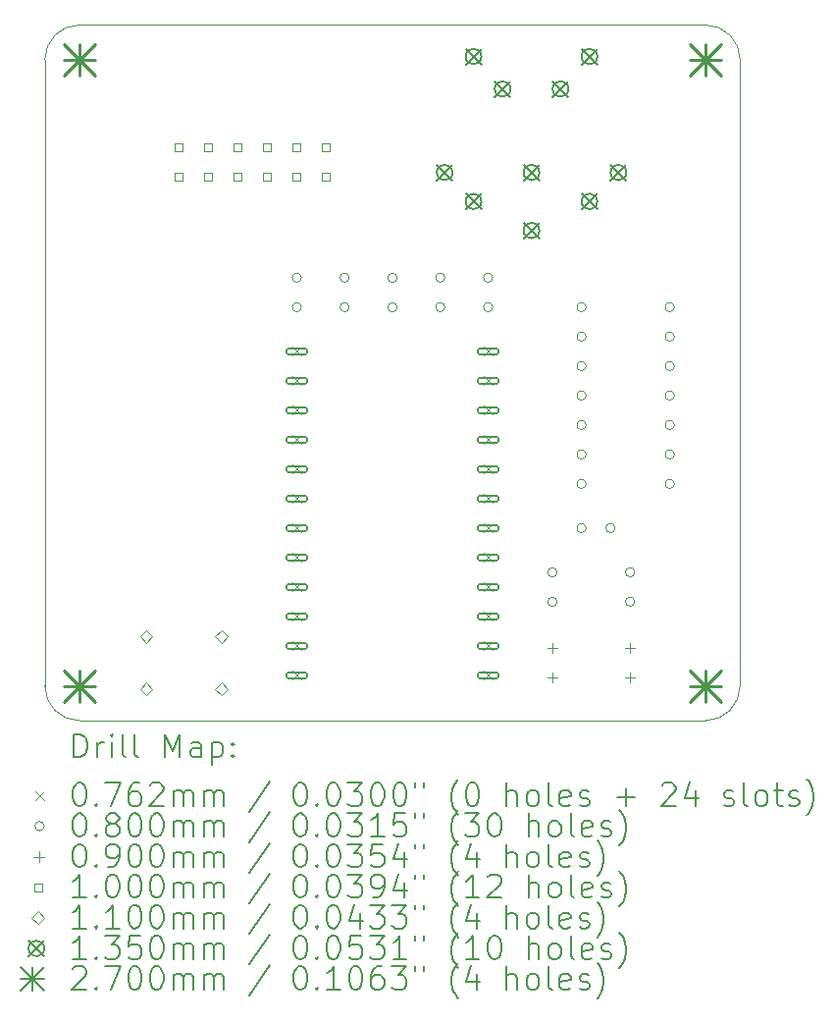
<source format=gbr>
%FSLAX45Y45*%
G04 Gerber Fmt 4.5, Leading zero omitted, Abs format (unit mm)*
G04 Created by KiCad (PCBNEW (6.0.2)) date 2022-04-04 11:25:59*
%MOMM*%
%LPD*%
G01*
G04 APERTURE LIST*
%TA.AperFunction,Profile*%
%ADD10C,0.100000*%
%TD*%
%ADD11C,0.200000*%
%ADD12C,0.076200*%
%ADD13C,0.080000*%
%ADD14C,0.090000*%
%ADD15C,0.100000*%
%ADD16C,0.110000*%
%ADD17C,0.135000*%
%ADD18C,0.270000*%
G04 APERTURE END LIST*
D10*
X17700000Y-14100000D02*
G75*
G03*
X18000000Y-13800000I0J300000D01*
G01*
X18000000Y-8400000D02*
X18000000Y-13800000D01*
X12300000Y-8100000D02*
G75*
G03*
X12000000Y-8400000I0J-300000D01*
G01*
X12000000Y-13800000D02*
G75*
G03*
X12300000Y-14100000I300000J0D01*
G01*
X12000000Y-13800000D02*
X12000000Y-8400000D01*
X12300000Y-8100000D02*
X17700000Y-8100000D01*
X12300000Y-14100000D02*
X17700000Y-14100000D01*
X18000000Y-8400000D02*
G75*
G03*
X17700000Y-8100000I-300000J0D01*
G01*
D11*
D12*
X14136400Y-10876900D02*
X14212600Y-10953100D01*
X14212600Y-10876900D02*
X14136400Y-10953100D01*
D11*
X14238000Y-10886900D02*
X14111000Y-10886900D01*
X14238000Y-10943100D02*
X14111000Y-10943100D01*
X14111000Y-10886900D02*
G75*
G03*
X14111000Y-10943100I0J-28100D01*
G01*
X14238000Y-10943100D02*
G75*
G03*
X14238000Y-10886900I0J28100D01*
G01*
D12*
X14136400Y-11130900D02*
X14212600Y-11207100D01*
X14212600Y-11130900D02*
X14136400Y-11207100D01*
D11*
X14238000Y-11140900D02*
X14111000Y-11140900D01*
X14238000Y-11197100D02*
X14111000Y-11197100D01*
X14111000Y-11140900D02*
G75*
G03*
X14111000Y-11197100I0J-28100D01*
G01*
X14238000Y-11197100D02*
G75*
G03*
X14238000Y-11140900I0J28100D01*
G01*
D12*
X14136400Y-11384900D02*
X14212600Y-11461100D01*
X14212600Y-11384900D02*
X14136400Y-11461100D01*
D11*
X14238000Y-11394900D02*
X14111000Y-11394900D01*
X14238000Y-11451100D02*
X14111000Y-11451100D01*
X14111000Y-11394900D02*
G75*
G03*
X14111000Y-11451100I0J-28100D01*
G01*
X14238000Y-11451100D02*
G75*
G03*
X14238000Y-11394900I0J28100D01*
G01*
D12*
X14136400Y-11638900D02*
X14212600Y-11715100D01*
X14212600Y-11638900D02*
X14136400Y-11715100D01*
D11*
X14238000Y-11648900D02*
X14111000Y-11648900D01*
X14238000Y-11705100D02*
X14111000Y-11705100D01*
X14111000Y-11648900D02*
G75*
G03*
X14111000Y-11705100I0J-28100D01*
G01*
X14238000Y-11705100D02*
G75*
G03*
X14238000Y-11648900I0J28100D01*
G01*
D12*
X14136400Y-11892900D02*
X14212600Y-11969100D01*
X14212600Y-11892900D02*
X14136400Y-11969100D01*
D11*
X14238000Y-11902900D02*
X14111000Y-11902900D01*
X14238000Y-11959100D02*
X14111000Y-11959100D01*
X14111000Y-11902900D02*
G75*
G03*
X14111000Y-11959100I0J-28100D01*
G01*
X14238000Y-11959100D02*
G75*
G03*
X14238000Y-11902900I0J28100D01*
G01*
D12*
X14136400Y-12146900D02*
X14212600Y-12223100D01*
X14212600Y-12146900D02*
X14136400Y-12223100D01*
D11*
X14238000Y-12156900D02*
X14111000Y-12156900D01*
X14238000Y-12213100D02*
X14111000Y-12213100D01*
X14111000Y-12156900D02*
G75*
G03*
X14111000Y-12213100I0J-28100D01*
G01*
X14238000Y-12213100D02*
G75*
G03*
X14238000Y-12156900I0J28100D01*
G01*
D12*
X14136400Y-12400900D02*
X14212600Y-12477100D01*
X14212600Y-12400900D02*
X14136400Y-12477100D01*
D11*
X14238000Y-12410900D02*
X14111000Y-12410900D01*
X14238000Y-12467100D02*
X14111000Y-12467100D01*
X14111000Y-12410900D02*
G75*
G03*
X14111000Y-12467100I0J-28100D01*
G01*
X14238000Y-12467100D02*
G75*
G03*
X14238000Y-12410900I0J28100D01*
G01*
D12*
X14136400Y-12654900D02*
X14212600Y-12731100D01*
X14212600Y-12654900D02*
X14136400Y-12731100D01*
D11*
X14238000Y-12664900D02*
X14111000Y-12664900D01*
X14238000Y-12721100D02*
X14111000Y-12721100D01*
X14111000Y-12664900D02*
G75*
G03*
X14111000Y-12721100I0J-28100D01*
G01*
X14238000Y-12721100D02*
G75*
G03*
X14238000Y-12664900I0J28100D01*
G01*
D12*
X14136400Y-12908900D02*
X14212600Y-12985100D01*
X14212600Y-12908900D02*
X14136400Y-12985100D01*
D11*
X14238000Y-12918900D02*
X14111000Y-12918900D01*
X14238000Y-12975100D02*
X14111000Y-12975100D01*
X14111000Y-12918900D02*
G75*
G03*
X14111000Y-12975100I0J-28100D01*
G01*
X14238000Y-12975100D02*
G75*
G03*
X14238000Y-12918900I0J28100D01*
G01*
D12*
X14136400Y-13162900D02*
X14212600Y-13239100D01*
X14212600Y-13162900D02*
X14136400Y-13239100D01*
D11*
X14238000Y-13172900D02*
X14111000Y-13172900D01*
X14238000Y-13229100D02*
X14111000Y-13229100D01*
X14111000Y-13172900D02*
G75*
G03*
X14111000Y-13229100I0J-28100D01*
G01*
X14238000Y-13229100D02*
G75*
G03*
X14238000Y-13172900I0J28100D01*
G01*
D12*
X14136400Y-13416900D02*
X14212600Y-13493100D01*
X14212600Y-13416900D02*
X14136400Y-13493100D01*
D11*
X14238000Y-13426900D02*
X14111000Y-13426900D01*
X14238000Y-13483100D02*
X14111000Y-13483100D01*
X14111000Y-13426900D02*
G75*
G03*
X14111000Y-13483100I0J-28100D01*
G01*
X14238000Y-13483100D02*
G75*
G03*
X14238000Y-13426900I0J28100D01*
G01*
D12*
X14136400Y-13670900D02*
X14212600Y-13747100D01*
X14212600Y-13670900D02*
X14136400Y-13747100D01*
D11*
X14238000Y-13680900D02*
X14111000Y-13680900D01*
X14238000Y-13737100D02*
X14111000Y-13737100D01*
X14111000Y-13680900D02*
G75*
G03*
X14111000Y-13737100I0J-28100D01*
G01*
X14238000Y-13737100D02*
G75*
G03*
X14238000Y-13680900I0J28100D01*
G01*
D12*
X15787400Y-10876900D02*
X15863600Y-10953100D01*
X15863600Y-10876900D02*
X15787400Y-10953100D01*
D11*
X15889000Y-10886900D02*
X15762000Y-10886900D01*
X15889000Y-10943100D02*
X15762000Y-10943100D01*
X15762000Y-10886900D02*
G75*
G03*
X15762000Y-10943100I0J-28100D01*
G01*
X15889000Y-10943100D02*
G75*
G03*
X15889000Y-10886900I0J28100D01*
G01*
D12*
X15787400Y-11130900D02*
X15863600Y-11207100D01*
X15863600Y-11130900D02*
X15787400Y-11207100D01*
D11*
X15889000Y-11140900D02*
X15762000Y-11140900D01*
X15889000Y-11197100D02*
X15762000Y-11197100D01*
X15762000Y-11140900D02*
G75*
G03*
X15762000Y-11197100I0J-28100D01*
G01*
X15889000Y-11197100D02*
G75*
G03*
X15889000Y-11140900I0J28100D01*
G01*
D12*
X15787400Y-11384900D02*
X15863600Y-11461100D01*
X15863600Y-11384900D02*
X15787400Y-11461100D01*
D11*
X15889000Y-11394900D02*
X15762000Y-11394900D01*
X15889000Y-11451100D02*
X15762000Y-11451100D01*
X15762000Y-11394900D02*
G75*
G03*
X15762000Y-11451100I0J-28100D01*
G01*
X15889000Y-11451100D02*
G75*
G03*
X15889000Y-11394900I0J28100D01*
G01*
D12*
X15787400Y-11638900D02*
X15863600Y-11715100D01*
X15863600Y-11638900D02*
X15787400Y-11715100D01*
D11*
X15889000Y-11648900D02*
X15762000Y-11648900D01*
X15889000Y-11705100D02*
X15762000Y-11705100D01*
X15762000Y-11648900D02*
G75*
G03*
X15762000Y-11705100I0J-28100D01*
G01*
X15889000Y-11705100D02*
G75*
G03*
X15889000Y-11648900I0J28100D01*
G01*
D12*
X15787400Y-11892900D02*
X15863600Y-11969100D01*
X15863600Y-11892900D02*
X15787400Y-11969100D01*
D11*
X15889000Y-11902900D02*
X15762000Y-11902900D01*
X15889000Y-11959100D02*
X15762000Y-11959100D01*
X15762000Y-11902900D02*
G75*
G03*
X15762000Y-11959100I0J-28100D01*
G01*
X15889000Y-11959100D02*
G75*
G03*
X15889000Y-11902900I0J28100D01*
G01*
D12*
X15787400Y-12146900D02*
X15863600Y-12223100D01*
X15863600Y-12146900D02*
X15787400Y-12223100D01*
D11*
X15889000Y-12156900D02*
X15762000Y-12156900D01*
X15889000Y-12213100D02*
X15762000Y-12213100D01*
X15762000Y-12156900D02*
G75*
G03*
X15762000Y-12213100I0J-28100D01*
G01*
X15889000Y-12213100D02*
G75*
G03*
X15889000Y-12156900I0J28100D01*
G01*
D12*
X15787400Y-12400900D02*
X15863600Y-12477100D01*
X15863600Y-12400900D02*
X15787400Y-12477100D01*
D11*
X15889000Y-12410900D02*
X15762000Y-12410900D01*
X15889000Y-12467100D02*
X15762000Y-12467100D01*
X15762000Y-12410900D02*
G75*
G03*
X15762000Y-12467100I0J-28100D01*
G01*
X15889000Y-12467100D02*
G75*
G03*
X15889000Y-12410900I0J28100D01*
G01*
D12*
X15787400Y-12654900D02*
X15863600Y-12731100D01*
X15863600Y-12654900D02*
X15787400Y-12731100D01*
D11*
X15889000Y-12664900D02*
X15762000Y-12664900D01*
X15889000Y-12721100D02*
X15762000Y-12721100D01*
X15762000Y-12664900D02*
G75*
G03*
X15762000Y-12721100I0J-28100D01*
G01*
X15889000Y-12721100D02*
G75*
G03*
X15889000Y-12664900I0J28100D01*
G01*
D12*
X15787400Y-12908900D02*
X15863600Y-12985100D01*
X15863600Y-12908900D02*
X15787400Y-12985100D01*
D11*
X15889000Y-12918900D02*
X15762000Y-12918900D01*
X15889000Y-12975100D02*
X15762000Y-12975100D01*
X15762000Y-12918900D02*
G75*
G03*
X15762000Y-12975100I0J-28100D01*
G01*
X15889000Y-12975100D02*
G75*
G03*
X15889000Y-12918900I0J28100D01*
G01*
D12*
X15787400Y-13162900D02*
X15863600Y-13239100D01*
X15863600Y-13162900D02*
X15787400Y-13239100D01*
D11*
X15889000Y-13172900D02*
X15762000Y-13172900D01*
X15889000Y-13229100D02*
X15762000Y-13229100D01*
X15762000Y-13172900D02*
G75*
G03*
X15762000Y-13229100I0J-28100D01*
G01*
X15889000Y-13229100D02*
G75*
G03*
X15889000Y-13172900I0J28100D01*
G01*
D12*
X15787400Y-13416900D02*
X15863600Y-13493100D01*
X15863600Y-13416900D02*
X15787400Y-13493100D01*
D11*
X15889000Y-13426900D02*
X15762000Y-13426900D01*
X15889000Y-13483100D02*
X15762000Y-13483100D01*
X15762000Y-13426900D02*
G75*
G03*
X15762000Y-13483100I0J-28100D01*
G01*
X15889000Y-13483100D02*
G75*
G03*
X15889000Y-13426900I0J28100D01*
G01*
D12*
X15787400Y-13670900D02*
X15863600Y-13747100D01*
X15863600Y-13670900D02*
X15787400Y-13747100D01*
D11*
X15889000Y-13680900D02*
X15762000Y-13680900D01*
X15889000Y-13737100D02*
X15762000Y-13737100D01*
X15762000Y-13680900D02*
G75*
G03*
X15762000Y-13737100I0J-28100D01*
G01*
X15889000Y-13737100D02*
G75*
G03*
X15889000Y-13680900I0J28100D01*
G01*
D13*
X14214500Y-10280000D02*
G75*
G03*
X14214500Y-10280000I-40000J0D01*
G01*
X14214500Y-10534000D02*
G75*
G03*
X14214500Y-10534000I-40000J0D01*
G01*
X14627250Y-10280000D02*
G75*
G03*
X14627250Y-10280000I-40000J0D01*
G01*
X14627250Y-10534000D02*
G75*
G03*
X14627250Y-10534000I-40000J0D01*
G01*
X15040000Y-10280000D02*
G75*
G03*
X15040000Y-10280000I-40000J0D01*
G01*
X15040000Y-10534000D02*
G75*
G03*
X15040000Y-10534000I-40000J0D01*
G01*
X15452750Y-10280000D02*
G75*
G03*
X15452750Y-10280000I-40000J0D01*
G01*
X15452750Y-10534000D02*
G75*
G03*
X15452750Y-10534000I-40000J0D01*
G01*
X15865500Y-10280000D02*
G75*
G03*
X15865500Y-10280000I-40000J0D01*
G01*
X15865500Y-10534000D02*
G75*
G03*
X15865500Y-10534000I-40000J0D01*
G01*
X16420000Y-12820000D02*
G75*
G03*
X16420000Y-12820000I-40000J0D01*
G01*
X16420000Y-13074000D02*
G75*
G03*
X16420000Y-13074000I-40000J0D01*
G01*
X16671000Y-10534000D02*
G75*
G03*
X16671000Y-10534000I-40000J0D01*
G01*
X16671000Y-10788000D02*
G75*
G03*
X16671000Y-10788000I-40000J0D01*
G01*
X16671000Y-11042000D02*
G75*
G03*
X16671000Y-11042000I-40000J0D01*
G01*
X16671000Y-11296000D02*
G75*
G03*
X16671000Y-11296000I-40000J0D01*
G01*
X16671000Y-11550000D02*
G75*
G03*
X16671000Y-11550000I-40000J0D01*
G01*
X16671000Y-11804000D02*
G75*
G03*
X16671000Y-11804000I-40000J0D01*
G01*
X16671000Y-12058000D02*
G75*
G03*
X16671000Y-12058000I-40000J0D01*
G01*
X16671000Y-12439000D02*
G75*
G03*
X16671000Y-12439000I-40000J0D01*
G01*
X16921000Y-12439000D02*
G75*
G03*
X16921000Y-12439000I-40000J0D01*
G01*
X17090000Y-12820000D02*
G75*
G03*
X17090000Y-12820000I-40000J0D01*
G01*
X17090000Y-13074000D02*
G75*
G03*
X17090000Y-13074000I-40000J0D01*
G01*
X17433000Y-10534000D02*
G75*
G03*
X17433000Y-10534000I-40000J0D01*
G01*
X17433000Y-10788000D02*
G75*
G03*
X17433000Y-10788000I-40000J0D01*
G01*
X17433000Y-11042000D02*
G75*
G03*
X17433000Y-11042000I-40000J0D01*
G01*
X17433000Y-11296000D02*
G75*
G03*
X17433000Y-11296000I-40000J0D01*
G01*
X17433000Y-11550000D02*
G75*
G03*
X17433000Y-11550000I-40000J0D01*
G01*
X17433000Y-11804000D02*
G75*
G03*
X17433000Y-11804000I-40000J0D01*
G01*
X17433000Y-12058000D02*
G75*
G03*
X17433000Y-12058000I-40000J0D01*
G01*
D14*
X16380000Y-13427500D02*
X16380000Y-13517500D01*
X16335000Y-13472500D02*
X16425000Y-13472500D01*
X16380000Y-13681500D02*
X16380000Y-13771500D01*
X16335000Y-13726500D02*
X16425000Y-13726500D01*
X17050000Y-13427500D02*
X17050000Y-13517500D01*
X17005000Y-13472500D02*
X17095000Y-13472500D01*
X17050000Y-13681500D02*
X17050000Y-13771500D01*
X17005000Y-13726500D02*
X17095000Y-13726500D01*
D15*
X13187022Y-9188856D02*
X13187022Y-9118144D01*
X13116311Y-9118144D01*
X13116311Y-9188856D01*
X13187022Y-9188856D01*
X13187022Y-9442856D02*
X13187022Y-9372144D01*
X13116311Y-9372144D01*
X13116311Y-9442856D01*
X13187022Y-9442856D01*
X13441022Y-9188856D02*
X13441022Y-9118144D01*
X13370311Y-9118144D01*
X13370311Y-9188856D01*
X13441022Y-9188856D01*
X13441022Y-9442856D02*
X13441022Y-9372144D01*
X13370311Y-9372144D01*
X13370311Y-9442856D01*
X13441022Y-9442856D01*
X13695022Y-9188856D02*
X13695022Y-9118144D01*
X13624311Y-9118144D01*
X13624311Y-9188856D01*
X13695022Y-9188856D01*
X13695022Y-9442856D02*
X13695022Y-9372144D01*
X13624311Y-9372144D01*
X13624311Y-9442856D01*
X13695022Y-9442856D01*
X13949022Y-9188856D02*
X13949022Y-9118144D01*
X13878311Y-9118144D01*
X13878311Y-9188856D01*
X13949022Y-9188856D01*
X13949022Y-9442856D02*
X13949022Y-9372144D01*
X13878311Y-9372144D01*
X13878311Y-9442856D01*
X13949022Y-9442856D01*
X14203022Y-9188856D02*
X14203022Y-9118144D01*
X14132311Y-9118144D01*
X14132311Y-9188856D01*
X14203022Y-9188856D01*
X14203022Y-9442856D02*
X14203022Y-9372144D01*
X14132311Y-9372144D01*
X14132311Y-9442856D01*
X14203022Y-9442856D01*
X14457022Y-9188856D02*
X14457022Y-9118144D01*
X14386311Y-9118144D01*
X14386311Y-9188856D01*
X14457022Y-9188856D01*
X14457022Y-9442856D02*
X14457022Y-9372144D01*
X14386311Y-9372144D01*
X14386311Y-9442856D01*
X14457022Y-9442856D01*
D16*
X12875000Y-13430000D02*
X12930000Y-13375000D01*
X12875000Y-13320000D01*
X12820000Y-13375000D01*
X12875000Y-13430000D01*
X12875000Y-13880000D02*
X12930000Y-13825000D01*
X12875000Y-13770000D01*
X12820000Y-13825000D01*
X12875000Y-13880000D01*
X13525000Y-13430000D02*
X13580000Y-13375000D01*
X13525000Y-13320000D01*
X13470000Y-13375000D01*
X13525000Y-13430000D01*
X13525000Y-13880000D02*
X13580000Y-13825000D01*
X13525000Y-13770000D01*
X13470000Y-13825000D01*
X13525000Y-13880000D01*
D17*
X15382500Y-9305000D02*
X15517500Y-9440000D01*
X15517500Y-9305000D02*
X15382500Y-9440000D01*
X15517500Y-9372500D02*
G75*
G03*
X15517500Y-9372500I-67500J0D01*
G01*
X15632500Y-8305000D02*
X15767500Y-8440000D01*
X15767500Y-8305000D02*
X15632500Y-8440000D01*
X15767500Y-8372500D02*
G75*
G03*
X15767500Y-8372500I-67500J0D01*
G01*
X15632500Y-9555000D02*
X15767500Y-9690000D01*
X15767500Y-9555000D02*
X15632500Y-9690000D01*
X15767500Y-9622500D02*
G75*
G03*
X15767500Y-9622500I-67500J0D01*
G01*
X15882500Y-8585000D02*
X16017500Y-8720000D01*
X16017500Y-8585000D02*
X15882500Y-8720000D01*
X16017500Y-8652500D02*
G75*
G03*
X16017500Y-8652500I-67500J0D01*
G01*
X16132500Y-9305000D02*
X16267500Y-9440000D01*
X16267500Y-9305000D02*
X16132500Y-9440000D01*
X16267500Y-9372500D02*
G75*
G03*
X16267500Y-9372500I-67500J0D01*
G01*
X16132500Y-9805000D02*
X16267500Y-9940000D01*
X16267500Y-9805000D02*
X16132500Y-9940000D01*
X16267500Y-9872500D02*
G75*
G03*
X16267500Y-9872500I-67500J0D01*
G01*
X16382500Y-8585000D02*
X16517500Y-8720000D01*
X16517500Y-8585000D02*
X16382500Y-8720000D01*
X16517500Y-8652500D02*
G75*
G03*
X16517500Y-8652500I-67500J0D01*
G01*
X16632500Y-8305000D02*
X16767500Y-8440000D01*
X16767500Y-8305000D02*
X16632500Y-8440000D01*
X16767500Y-8372500D02*
G75*
G03*
X16767500Y-8372500I-67500J0D01*
G01*
X16632500Y-9555000D02*
X16767500Y-9690000D01*
X16767500Y-9555000D02*
X16632500Y-9690000D01*
X16767500Y-9622500D02*
G75*
G03*
X16767500Y-9622500I-67500J0D01*
G01*
X16882500Y-9305000D02*
X17017500Y-9440000D01*
X17017500Y-9305000D02*
X16882500Y-9440000D01*
X17017500Y-9372500D02*
G75*
G03*
X17017500Y-9372500I-67500J0D01*
G01*
D18*
X12165000Y-8265000D02*
X12435000Y-8535000D01*
X12435000Y-8265000D02*
X12165000Y-8535000D01*
X12300000Y-8265000D02*
X12300000Y-8535000D01*
X12165000Y-8400000D02*
X12435000Y-8400000D01*
X12165000Y-13665000D02*
X12435000Y-13935000D01*
X12435000Y-13665000D02*
X12165000Y-13935000D01*
X12300000Y-13665000D02*
X12300000Y-13935000D01*
X12165000Y-13800000D02*
X12435000Y-13800000D01*
X17565000Y-8265000D02*
X17835000Y-8535000D01*
X17835000Y-8265000D02*
X17565000Y-8535000D01*
X17700000Y-8265000D02*
X17700000Y-8535000D01*
X17565000Y-8400000D02*
X17835000Y-8400000D01*
X17565000Y-13665000D02*
X17835000Y-13935000D01*
X17835000Y-13665000D02*
X17565000Y-13935000D01*
X17700000Y-13665000D02*
X17700000Y-13935000D01*
X17565000Y-13800000D02*
X17835000Y-13800000D01*
D11*
X12252619Y-14415476D02*
X12252619Y-14215476D01*
X12300238Y-14215476D01*
X12328809Y-14225000D01*
X12347857Y-14244048D01*
X12357381Y-14263095D01*
X12366905Y-14301190D01*
X12366905Y-14329762D01*
X12357381Y-14367857D01*
X12347857Y-14386905D01*
X12328809Y-14405952D01*
X12300238Y-14415476D01*
X12252619Y-14415476D01*
X12452619Y-14415476D02*
X12452619Y-14282143D01*
X12452619Y-14320238D02*
X12462143Y-14301190D01*
X12471667Y-14291667D01*
X12490714Y-14282143D01*
X12509762Y-14282143D01*
X12576428Y-14415476D02*
X12576428Y-14282143D01*
X12576428Y-14215476D02*
X12566905Y-14225000D01*
X12576428Y-14234524D01*
X12585952Y-14225000D01*
X12576428Y-14215476D01*
X12576428Y-14234524D01*
X12700238Y-14415476D02*
X12681190Y-14405952D01*
X12671667Y-14386905D01*
X12671667Y-14215476D01*
X12805000Y-14415476D02*
X12785952Y-14405952D01*
X12776428Y-14386905D01*
X12776428Y-14215476D01*
X13033571Y-14415476D02*
X13033571Y-14215476D01*
X13100238Y-14358333D01*
X13166905Y-14215476D01*
X13166905Y-14415476D01*
X13347857Y-14415476D02*
X13347857Y-14310714D01*
X13338333Y-14291667D01*
X13319286Y-14282143D01*
X13281190Y-14282143D01*
X13262143Y-14291667D01*
X13347857Y-14405952D02*
X13328809Y-14415476D01*
X13281190Y-14415476D01*
X13262143Y-14405952D01*
X13252619Y-14386905D01*
X13252619Y-14367857D01*
X13262143Y-14348809D01*
X13281190Y-14339286D01*
X13328809Y-14339286D01*
X13347857Y-14329762D01*
X13443095Y-14282143D02*
X13443095Y-14482143D01*
X13443095Y-14291667D02*
X13462143Y-14282143D01*
X13500238Y-14282143D01*
X13519286Y-14291667D01*
X13528809Y-14301190D01*
X13538333Y-14320238D01*
X13538333Y-14377381D01*
X13528809Y-14396428D01*
X13519286Y-14405952D01*
X13500238Y-14415476D01*
X13462143Y-14415476D01*
X13443095Y-14405952D01*
X13624048Y-14396428D02*
X13633571Y-14405952D01*
X13624048Y-14415476D01*
X13614524Y-14405952D01*
X13624048Y-14396428D01*
X13624048Y-14415476D01*
X13624048Y-14291667D02*
X13633571Y-14301190D01*
X13624048Y-14310714D01*
X13614524Y-14301190D01*
X13624048Y-14291667D01*
X13624048Y-14310714D01*
D12*
X11918800Y-14706900D02*
X11995000Y-14783100D01*
X11995000Y-14706900D02*
X11918800Y-14783100D01*
D11*
X12290714Y-14635476D02*
X12309762Y-14635476D01*
X12328809Y-14645000D01*
X12338333Y-14654524D01*
X12347857Y-14673571D01*
X12357381Y-14711667D01*
X12357381Y-14759286D01*
X12347857Y-14797381D01*
X12338333Y-14816428D01*
X12328809Y-14825952D01*
X12309762Y-14835476D01*
X12290714Y-14835476D01*
X12271667Y-14825952D01*
X12262143Y-14816428D01*
X12252619Y-14797381D01*
X12243095Y-14759286D01*
X12243095Y-14711667D01*
X12252619Y-14673571D01*
X12262143Y-14654524D01*
X12271667Y-14645000D01*
X12290714Y-14635476D01*
X12443095Y-14816428D02*
X12452619Y-14825952D01*
X12443095Y-14835476D01*
X12433571Y-14825952D01*
X12443095Y-14816428D01*
X12443095Y-14835476D01*
X12519286Y-14635476D02*
X12652619Y-14635476D01*
X12566905Y-14835476D01*
X12814524Y-14635476D02*
X12776428Y-14635476D01*
X12757381Y-14645000D01*
X12747857Y-14654524D01*
X12728809Y-14683095D01*
X12719286Y-14721190D01*
X12719286Y-14797381D01*
X12728809Y-14816428D01*
X12738333Y-14825952D01*
X12757381Y-14835476D01*
X12795476Y-14835476D01*
X12814524Y-14825952D01*
X12824048Y-14816428D01*
X12833571Y-14797381D01*
X12833571Y-14749762D01*
X12824048Y-14730714D01*
X12814524Y-14721190D01*
X12795476Y-14711667D01*
X12757381Y-14711667D01*
X12738333Y-14721190D01*
X12728809Y-14730714D01*
X12719286Y-14749762D01*
X12909762Y-14654524D02*
X12919286Y-14645000D01*
X12938333Y-14635476D01*
X12985952Y-14635476D01*
X13005000Y-14645000D01*
X13014524Y-14654524D01*
X13024048Y-14673571D01*
X13024048Y-14692619D01*
X13014524Y-14721190D01*
X12900238Y-14835476D01*
X13024048Y-14835476D01*
X13109762Y-14835476D02*
X13109762Y-14702143D01*
X13109762Y-14721190D02*
X13119286Y-14711667D01*
X13138333Y-14702143D01*
X13166905Y-14702143D01*
X13185952Y-14711667D01*
X13195476Y-14730714D01*
X13195476Y-14835476D01*
X13195476Y-14730714D02*
X13205000Y-14711667D01*
X13224048Y-14702143D01*
X13252619Y-14702143D01*
X13271667Y-14711667D01*
X13281190Y-14730714D01*
X13281190Y-14835476D01*
X13376428Y-14835476D02*
X13376428Y-14702143D01*
X13376428Y-14721190D02*
X13385952Y-14711667D01*
X13405000Y-14702143D01*
X13433571Y-14702143D01*
X13452619Y-14711667D01*
X13462143Y-14730714D01*
X13462143Y-14835476D01*
X13462143Y-14730714D02*
X13471667Y-14711667D01*
X13490714Y-14702143D01*
X13519286Y-14702143D01*
X13538333Y-14711667D01*
X13547857Y-14730714D01*
X13547857Y-14835476D01*
X13938333Y-14625952D02*
X13766905Y-14883095D01*
X14195476Y-14635476D02*
X14214524Y-14635476D01*
X14233571Y-14645000D01*
X14243095Y-14654524D01*
X14252619Y-14673571D01*
X14262143Y-14711667D01*
X14262143Y-14759286D01*
X14252619Y-14797381D01*
X14243095Y-14816428D01*
X14233571Y-14825952D01*
X14214524Y-14835476D01*
X14195476Y-14835476D01*
X14176428Y-14825952D01*
X14166905Y-14816428D01*
X14157381Y-14797381D01*
X14147857Y-14759286D01*
X14147857Y-14711667D01*
X14157381Y-14673571D01*
X14166905Y-14654524D01*
X14176428Y-14645000D01*
X14195476Y-14635476D01*
X14347857Y-14816428D02*
X14357381Y-14825952D01*
X14347857Y-14835476D01*
X14338333Y-14825952D01*
X14347857Y-14816428D01*
X14347857Y-14835476D01*
X14481190Y-14635476D02*
X14500238Y-14635476D01*
X14519286Y-14645000D01*
X14528809Y-14654524D01*
X14538333Y-14673571D01*
X14547857Y-14711667D01*
X14547857Y-14759286D01*
X14538333Y-14797381D01*
X14528809Y-14816428D01*
X14519286Y-14825952D01*
X14500238Y-14835476D01*
X14481190Y-14835476D01*
X14462143Y-14825952D01*
X14452619Y-14816428D01*
X14443095Y-14797381D01*
X14433571Y-14759286D01*
X14433571Y-14711667D01*
X14443095Y-14673571D01*
X14452619Y-14654524D01*
X14462143Y-14645000D01*
X14481190Y-14635476D01*
X14614524Y-14635476D02*
X14738333Y-14635476D01*
X14671667Y-14711667D01*
X14700238Y-14711667D01*
X14719286Y-14721190D01*
X14728809Y-14730714D01*
X14738333Y-14749762D01*
X14738333Y-14797381D01*
X14728809Y-14816428D01*
X14719286Y-14825952D01*
X14700238Y-14835476D01*
X14643095Y-14835476D01*
X14624048Y-14825952D01*
X14614524Y-14816428D01*
X14862143Y-14635476D02*
X14881190Y-14635476D01*
X14900238Y-14645000D01*
X14909762Y-14654524D01*
X14919286Y-14673571D01*
X14928809Y-14711667D01*
X14928809Y-14759286D01*
X14919286Y-14797381D01*
X14909762Y-14816428D01*
X14900238Y-14825952D01*
X14881190Y-14835476D01*
X14862143Y-14835476D01*
X14843095Y-14825952D01*
X14833571Y-14816428D01*
X14824048Y-14797381D01*
X14814524Y-14759286D01*
X14814524Y-14711667D01*
X14824048Y-14673571D01*
X14833571Y-14654524D01*
X14843095Y-14645000D01*
X14862143Y-14635476D01*
X15052619Y-14635476D02*
X15071667Y-14635476D01*
X15090714Y-14645000D01*
X15100238Y-14654524D01*
X15109762Y-14673571D01*
X15119286Y-14711667D01*
X15119286Y-14759286D01*
X15109762Y-14797381D01*
X15100238Y-14816428D01*
X15090714Y-14825952D01*
X15071667Y-14835476D01*
X15052619Y-14835476D01*
X15033571Y-14825952D01*
X15024048Y-14816428D01*
X15014524Y-14797381D01*
X15005000Y-14759286D01*
X15005000Y-14711667D01*
X15014524Y-14673571D01*
X15024048Y-14654524D01*
X15033571Y-14645000D01*
X15052619Y-14635476D01*
X15195476Y-14635476D02*
X15195476Y-14673571D01*
X15271667Y-14635476D02*
X15271667Y-14673571D01*
X15566905Y-14911667D02*
X15557381Y-14902143D01*
X15538333Y-14873571D01*
X15528809Y-14854524D01*
X15519286Y-14825952D01*
X15509762Y-14778333D01*
X15509762Y-14740238D01*
X15519286Y-14692619D01*
X15528809Y-14664048D01*
X15538333Y-14645000D01*
X15557381Y-14616428D01*
X15566905Y-14606905D01*
X15681190Y-14635476D02*
X15700238Y-14635476D01*
X15719286Y-14645000D01*
X15728809Y-14654524D01*
X15738333Y-14673571D01*
X15747857Y-14711667D01*
X15747857Y-14759286D01*
X15738333Y-14797381D01*
X15728809Y-14816428D01*
X15719286Y-14825952D01*
X15700238Y-14835476D01*
X15681190Y-14835476D01*
X15662143Y-14825952D01*
X15652619Y-14816428D01*
X15643095Y-14797381D01*
X15633571Y-14759286D01*
X15633571Y-14711667D01*
X15643095Y-14673571D01*
X15652619Y-14654524D01*
X15662143Y-14645000D01*
X15681190Y-14635476D01*
X15985952Y-14835476D02*
X15985952Y-14635476D01*
X16071667Y-14835476D02*
X16071667Y-14730714D01*
X16062143Y-14711667D01*
X16043095Y-14702143D01*
X16014524Y-14702143D01*
X15995476Y-14711667D01*
X15985952Y-14721190D01*
X16195476Y-14835476D02*
X16176428Y-14825952D01*
X16166905Y-14816428D01*
X16157381Y-14797381D01*
X16157381Y-14740238D01*
X16166905Y-14721190D01*
X16176428Y-14711667D01*
X16195476Y-14702143D01*
X16224048Y-14702143D01*
X16243095Y-14711667D01*
X16252619Y-14721190D01*
X16262143Y-14740238D01*
X16262143Y-14797381D01*
X16252619Y-14816428D01*
X16243095Y-14825952D01*
X16224048Y-14835476D01*
X16195476Y-14835476D01*
X16376428Y-14835476D02*
X16357381Y-14825952D01*
X16347857Y-14806905D01*
X16347857Y-14635476D01*
X16528809Y-14825952D02*
X16509762Y-14835476D01*
X16471667Y-14835476D01*
X16452619Y-14825952D01*
X16443095Y-14806905D01*
X16443095Y-14730714D01*
X16452619Y-14711667D01*
X16471667Y-14702143D01*
X16509762Y-14702143D01*
X16528809Y-14711667D01*
X16538333Y-14730714D01*
X16538333Y-14749762D01*
X16443095Y-14768809D01*
X16614524Y-14825952D02*
X16633571Y-14835476D01*
X16671667Y-14835476D01*
X16690714Y-14825952D01*
X16700238Y-14806905D01*
X16700238Y-14797381D01*
X16690714Y-14778333D01*
X16671667Y-14768809D01*
X16643095Y-14768809D01*
X16624048Y-14759286D01*
X16614524Y-14740238D01*
X16614524Y-14730714D01*
X16624048Y-14711667D01*
X16643095Y-14702143D01*
X16671667Y-14702143D01*
X16690714Y-14711667D01*
X16938333Y-14759286D02*
X17090714Y-14759286D01*
X17014524Y-14835476D02*
X17014524Y-14683095D01*
X17328810Y-14654524D02*
X17338333Y-14645000D01*
X17357381Y-14635476D01*
X17405000Y-14635476D01*
X17424048Y-14645000D01*
X17433571Y-14654524D01*
X17443095Y-14673571D01*
X17443095Y-14692619D01*
X17433571Y-14721190D01*
X17319286Y-14835476D01*
X17443095Y-14835476D01*
X17614524Y-14702143D02*
X17614524Y-14835476D01*
X17566905Y-14625952D02*
X17519286Y-14768809D01*
X17643095Y-14768809D01*
X17862143Y-14825952D02*
X17881190Y-14835476D01*
X17919286Y-14835476D01*
X17938333Y-14825952D01*
X17947857Y-14806905D01*
X17947857Y-14797381D01*
X17938333Y-14778333D01*
X17919286Y-14768809D01*
X17890714Y-14768809D01*
X17871667Y-14759286D01*
X17862143Y-14740238D01*
X17862143Y-14730714D01*
X17871667Y-14711667D01*
X17890714Y-14702143D01*
X17919286Y-14702143D01*
X17938333Y-14711667D01*
X18062143Y-14835476D02*
X18043095Y-14825952D01*
X18033571Y-14806905D01*
X18033571Y-14635476D01*
X18166905Y-14835476D02*
X18147857Y-14825952D01*
X18138333Y-14816428D01*
X18128810Y-14797381D01*
X18128810Y-14740238D01*
X18138333Y-14721190D01*
X18147857Y-14711667D01*
X18166905Y-14702143D01*
X18195476Y-14702143D01*
X18214524Y-14711667D01*
X18224048Y-14721190D01*
X18233571Y-14740238D01*
X18233571Y-14797381D01*
X18224048Y-14816428D01*
X18214524Y-14825952D01*
X18195476Y-14835476D01*
X18166905Y-14835476D01*
X18290714Y-14702143D02*
X18366905Y-14702143D01*
X18319286Y-14635476D02*
X18319286Y-14806905D01*
X18328810Y-14825952D01*
X18347857Y-14835476D01*
X18366905Y-14835476D01*
X18424048Y-14825952D02*
X18443095Y-14835476D01*
X18481190Y-14835476D01*
X18500238Y-14825952D01*
X18509762Y-14806905D01*
X18509762Y-14797381D01*
X18500238Y-14778333D01*
X18481190Y-14768809D01*
X18452619Y-14768809D01*
X18433571Y-14759286D01*
X18424048Y-14740238D01*
X18424048Y-14730714D01*
X18433571Y-14711667D01*
X18452619Y-14702143D01*
X18481190Y-14702143D01*
X18500238Y-14711667D01*
X18576429Y-14911667D02*
X18585952Y-14902143D01*
X18605000Y-14873571D01*
X18614524Y-14854524D01*
X18624048Y-14825952D01*
X18633571Y-14778333D01*
X18633571Y-14740238D01*
X18624048Y-14692619D01*
X18614524Y-14664048D01*
X18605000Y-14645000D01*
X18585952Y-14616428D01*
X18576429Y-14606905D01*
D13*
X11995000Y-15009000D02*
G75*
G03*
X11995000Y-15009000I-40000J0D01*
G01*
D11*
X12290714Y-14899476D02*
X12309762Y-14899476D01*
X12328809Y-14909000D01*
X12338333Y-14918524D01*
X12347857Y-14937571D01*
X12357381Y-14975667D01*
X12357381Y-15023286D01*
X12347857Y-15061381D01*
X12338333Y-15080428D01*
X12328809Y-15089952D01*
X12309762Y-15099476D01*
X12290714Y-15099476D01*
X12271667Y-15089952D01*
X12262143Y-15080428D01*
X12252619Y-15061381D01*
X12243095Y-15023286D01*
X12243095Y-14975667D01*
X12252619Y-14937571D01*
X12262143Y-14918524D01*
X12271667Y-14909000D01*
X12290714Y-14899476D01*
X12443095Y-15080428D02*
X12452619Y-15089952D01*
X12443095Y-15099476D01*
X12433571Y-15089952D01*
X12443095Y-15080428D01*
X12443095Y-15099476D01*
X12566905Y-14985190D02*
X12547857Y-14975667D01*
X12538333Y-14966143D01*
X12528809Y-14947095D01*
X12528809Y-14937571D01*
X12538333Y-14918524D01*
X12547857Y-14909000D01*
X12566905Y-14899476D01*
X12605000Y-14899476D01*
X12624048Y-14909000D01*
X12633571Y-14918524D01*
X12643095Y-14937571D01*
X12643095Y-14947095D01*
X12633571Y-14966143D01*
X12624048Y-14975667D01*
X12605000Y-14985190D01*
X12566905Y-14985190D01*
X12547857Y-14994714D01*
X12538333Y-15004238D01*
X12528809Y-15023286D01*
X12528809Y-15061381D01*
X12538333Y-15080428D01*
X12547857Y-15089952D01*
X12566905Y-15099476D01*
X12605000Y-15099476D01*
X12624048Y-15089952D01*
X12633571Y-15080428D01*
X12643095Y-15061381D01*
X12643095Y-15023286D01*
X12633571Y-15004238D01*
X12624048Y-14994714D01*
X12605000Y-14985190D01*
X12766905Y-14899476D02*
X12785952Y-14899476D01*
X12805000Y-14909000D01*
X12814524Y-14918524D01*
X12824048Y-14937571D01*
X12833571Y-14975667D01*
X12833571Y-15023286D01*
X12824048Y-15061381D01*
X12814524Y-15080428D01*
X12805000Y-15089952D01*
X12785952Y-15099476D01*
X12766905Y-15099476D01*
X12747857Y-15089952D01*
X12738333Y-15080428D01*
X12728809Y-15061381D01*
X12719286Y-15023286D01*
X12719286Y-14975667D01*
X12728809Y-14937571D01*
X12738333Y-14918524D01*
X12747857Y-14909000D01*
X12766905Y-14899476D01*
X12957381Y-14899476D02*
X12976428Y-14899476D01*
X12995476Y-14909000D01*
X13005000Y-14918524D01*
X13014524Y-14937571D01*
X13024048Y-14975667D01*
X13024048Y-15023286D01*
X13014524Y-15061381D01*
X13005000Y-15080428D01*
X12995476Y-15089952D01*
X12976428Y-15099476D01*
X12957381Y-15099476D01*
X12938333Y-15089952D01*
X12928809Y-15080428D01*
X12919286Y-15061381D01*
X12909762Y-15023286D01*
X12909762Y-14975667D01*
X12919286Y-14937571D01*
X12928809Y-14918524D01*
X12938333Y-14909000D01*
X12957381Y-14899476D01*
X13109762Y-15099476D02*
X13109762Y-14966143D01*
X13109762Y-14985190D02*
X13119286Y-14975667D01*
X13138333Y-14966143D01*
X13166905Y-14966143D01*
X13185952Y-14975667D01*
X13195476Y-14994714D01*
X13195476Y-15099476D01*
X13195476Y-14994714D02*
X13205000Y-14975667D01*
X13224048Y-14966143D01*
X13252619Y-14966143D01*
X13271667Y-14975667D01*
X13281190Y-14994714D01*
X13281190Y-15099476D01*
X13376428Y-15099476D02*
X13376428Y-14966143D01*
X13376428Y-14985190D02*
X13385952Y-14975667D01*
X13405000Y-14966143D01*
X13433571Y-14966143D01*
X13452619Y-14975667D01*
X13462143Y-14994714D01*
X13462143Y-15099476D01*
X13462143Y-14994714D02*
X13471667Y-14975667D01*
X13490714Y-14966143D01*
X13519286Y-14966143D01*
X13538333Y-14975667D01*
X13547857Y-14994714D01*
X13547857Y-15099476D01*
X13938333Y-14889952D02*
X13766905Y-15147095D01*
X14195476Y-14899476D02*
X14214524Y-14899476D01*
X14233571Y-14909000D01*
X14243095Y-14918524D01*
X14252619Y-14937571D01*
X14262143Y-14975667D01*
X14262143Y-15023286D01*
X14252619Y-15061381D01*
X14243095Y-15080428D01*
X14233571Y-15089952D01*
X14214524Y-15099476D01*
X14195476Y-15099476D01*
X14176428Y-15089952D01*
X14166905Y-15080428D01*
X14157381Y-15061381D01*
X14147857Y-15023286D01*
X14147857Y-14975667D01*
X14157381Y-14937571D01*
X14166905Y-14918524D01*
X14176428Y-14909000D01*
X14195476Y-14899476D01*
X14347857Y-15080428D02*
X14357381Y-15089952D01*
X14347857Y-15099476D01*
X14338333Y-15089952D01*
X14347857Y-15080428D01*
X14347857Y-15099476D01*
X14481190Y-14899476D02*
X14500238Y-14899476D01*
X14519286Y-14909000D01*
X14528809Y-14918524D01*
X14538333Y-14937571D01*
X14547857Y-14975667D01*
X14547857Y-15023286D01*
X14538333Y-15061381D01*
X14528809Y-15080428D01*
X14519286Y-15089952D01*
X14500238Y-15099476D01*
X14481190Y-15099476D01*
X14462143Y-15089952D01*
X14452619Y-15080428D01*
X14443095Y-15061381D01*
X14433571Y-15023286D01*
X14433571Y-14975667D01*
X14443095Y-14937571D01*
X14452619Y-14918524D01*
X14462143Y-14909000D01*
X14481190Y-14899476D01*
X14614524Y-14899476D02*
X14738333Y-14899476D01*
X14671667Y-14975667D01*
X14700238Y-14975667D01*
X14719286Y-14985190D01*
X14728809Y-14994714D01*
X14738333Y-15013762D01*
X14738333Y-15061381D01*
X14728809Y-15080428D01*
X14719286Y-15089952D01*
X14700238Y-15099476D01*
X14643095Y-15099476D01*
X14624048Y-15089952D01*
X14614524Y-15080428D01*
X14928809Y-15099476D02*
X14814524Y-15099476D01*
X14871667Y-15099476D02*
X14871667Y-14899476D01*
X14852619Y-14928048D01*
X14833571Y-14947095D01*
X14814524Y-14956619D01*
X15109762Y-14899476D02*
X15014524Y-14899476D01*
X15005000Y-14994714D01*
X15014524Y-14985190D01*
X15033571Y-14975667D01*
X15081190Y-14975667D01*
X15100238Y-14985190D01*
X15109762Y-14994714D01*
X15119286Y-15013762D01*
X15119286Y-15061381D01*
X15109762Y-15080428D01*
X15100238Y-15089952D01*
X15081190Y-15099476D01*
X15033571Y-15099476D01*
X15014524Y-15089952D01*
X15005000Y-15080428D01*
X15195476Y-14899476D02*
X15195476Y-14937571D01*
X15271667Y-14899476D02*
X15271667Y-14937571D01*
X15566905Y-15175667D02*
X15557381Y-15166143D01*
X15538333Y-15137571D01*
X15528809Y-15118524D01*
X15519286Y-15089952D01*
X15509762Y-15042333D01*
X15509762Y-15004238D01*
X15519286Y-14956619D01*
X15528809Y-14928048D01*
X15538333Y-14909000D01*
X15557381Y-14880428D01*
X15566905Y-14870905D01*
X15624048Y-14899476D02*
X15747857Y-14899476D01*
X15681190Y-14975667D01*
X15709762Y-14975667D01*
X15728809Y-14985190D01*
X15738333Y-14994714D01*
X15747857Y-15013762D01*
X15747857Y-15061381D01*
X15738333Y-15080428D01*
X15728809Y-15089952D01*
X15709762Y-15099476D01*
X15652619Y-15099476D01*
X15633571Y-15089952D01*
X15624048Y-15080428D01*
X15871667Y-14899476D02*
X15890714Y-14899476D01*
X15909762Y-14909000D01*
X15919286Y-14918524D01*
X15928809Y-14937571D01*
X15938333Y-14975667D01*
X15938333Y-15023286D01*
X15928809Y-15061381D01*
X15919286Y-15080428D01*
X15909762Y-15089952D01*
X15890714Y-15099476D01*
X15871667Y-15099476D01*
X15852619Y-15089952D01*
X15843095Y-15080428D01*
X15833571Y-15061381D01*
X15824048Y-15023286D01*
X15824048Y-14975667D01*
X15833571Y-14937571D01*
X15843095Y-14918524D01*
X15852619Y-14909000D01*
X15871667Y-14899476D01*
X16176428Y-15099476D02*
X16176428Y-14899476D01*
X16262143Y-15099476D02*
X16262143Y-14994714D01*
X16252619Y-14975667D01*
X16233571Y-14966143D01*
X16205000Y-14966143D01*
X16185952Y-14975667D01*
X16176428Y-14985190D01*
X16385952Y-15099476D02*
X16366905Y-15089952D01*
X16357381Y-15080428D01*
X16347857Y-15061381D01*
X16347857Y-15004238D01*
X16357381Y-14985190D01*
X16366905Y-14975667D01*
X16385952Y-14966143D01*
X16414524Y-14966143D01*
X16433571Y-14975667D01*
X16443095Y-14985190D01*
X16452619Y-15004238D01*
X16452619Y-15061381D01*
X16443095Y-15080428D01*
X16433571Y-15089952D01*
X16414524Y-15099476D01*
X16385952Y-15099476D01*
X16566905Y-15099476D02*
X16547857Y-15089952D01*
X16538333Y-15070905D01*
X16538333Y-14899476D01*
X16719286Y-15089952D02*
X16700238Y-15099476D01*
X16662143Y-15099476D01*
X16643095Y-15089952D01*
X16633571Y-15070905D01*
X16633571Y-14994714D01*
X16643095Y-14975667D01*
X16662143Y-14966143D01*
X16700238Y-14966143D01*
X16719286Y-14975667D01*
X16728809Y-14994714D01*
X16728809Y-15013762D01*
X16633571Y-15032809D01*
X16805000Y-15089952D02*
X16824048Y-15099476D01*
X16862143Y-15099476D01*
X16881190Y-15089952D01*
X16890714Y-15070905D01*
X16890714Y-15061381D01*
X16881190Y-15042333D01*
X16862143Y-15032809D01*
X16833571Y-15032809D01*
X16814524Y-15023286D01*
X16805000Y-15004238D01*
X16805000Y-14994714D01*
X16814524Y-14975667D01*
X16833571Y-14966143D01*
X16862143Y-14966143D01*
X16881190Y-14975667D01*
X16957381Y-15175667D02*
X16966905Y-15166143D01*
X16985952Y-15137571D01*
X16995476Y-15118524D01*
X17005000Y-15089952D01*
X17014524Y-15042333D01*
X17014524Y-15004238D01*
X17005000Y-14956619D01*
X16995476Y-14928048D01*
X16985952Y-14909000D01*
X16966905Y-14880428D01*
X16957381Y-14870905D01*
D14*
X11950000Y-15228000D02*
X11950000Y-15318000D01*
X11905000Y-15273000D02*
X11995000Y-15273000D01*
D11*
X12290714Y-15163476D02*
X12309762Y-15163476D01*
X12328809Y-15173000D01*
X12338333Y-15182524D01*
X12347857Y-15201571D01*
X12357381Y-15239667D01*
X12357381Y-15287286D01*
X12347857Y-15325381D01*
X12338333Y-15344428D01*
X12328809Y-15353952D01*
X12309762Y-15363476D01*
X12290714Y-15363476D01*
X12271667Y-15353952D01*
X12262143Y-15344428D01*
X12252619Y-15325381D01*
X12243095Y-15287286D01*
X12243095Y-15239667D01*
X12252619Y-15201571D01*
X12262143Y-15182524D01*
X12271667Y-15173000D01*
X12290714Y-15163476D01*
X12443095Y-15344428D02*
X12452619Y-15353952D01*
X12443095Y-15363476D01*
X12433571Y-15353952D01*
X12443095Y-15344428D01*
X12443095Y-15363476D01*
X12547857Y-15363476D02*
X12585952Y-15363476D01*
X12605000Y-15353952D01*
X12614524Y-15344428D01*
X12633571Y-15315857D01*
X12643095Y-15277762D01*
X12643095Y-15201571D01*
X12633571Y-15182524D01*
X12624048Y-15173000D01*
X12605000Y-15163476D01*
X12566905Y-15163476D01*
X12547857Y-15173000D01*
X12538333Y-15182524D01*
X12528809Y-15201571D01*
X12528809Y-15249190D01*
X12538333Y-15268238D01*
X12547857Y-15277762D01*
X12566905Y-15287286D01*
X12605000Y-15287286D01*
X12624048Y-15277762D01*
X12633571Y-15268238D01*
X12643095Y-15249190D01*
X12766905Y-15163476D02*
X12785952Y-15163476D01*
X12805000Y-15173000D01*
X12814524Y-15182524D01*
X12824048Y-15201571D01*
X12833571Y-15239667D01*
X12833571Y-15287286D01*
X12824048Y-15325381D01*
X12814524Y-15344428D01*
X12805000Y-15353952D01*
X12785952Y-15363476D01*
X12766905Y-15363476D01*
X12747857Y-15353952D01*
X12738333Y-15344428D01*
X12728809Y-15325381D01*
X12719286Y-15287286D01*
X12719286Y-15239667D01*
X12728809Y-15201571D01*
X12738333Y-15182524D01*
X12747857Y-15173000D01*
X12766905Y-15163476D01*
X12957381Y-15163476D02*
X12976428Y-15163476D01*
X12995476Y-15173000D01*
X13005000Y-15182524D01*
X13014524Y-15201571D01*
X13024048Y-15239667D01*
X13024048Y-15287286D01*
X13014524Y-15325381D01*
X13005000Y-15344428D01*
X12995476Y-15353952D01*
X12976428Y-15363476D01*
X12957381Y-15363476D01*
X12938333Y-15353952D01*
X12928809Y-15344428D01*
X12919286Y-15325381D01*
X12909762Y-15287286D01*
X12909762Y-15239667D01*
X12919286Y-15201571D01*
X12928809Y-15182524D01*
X12938333Y-15173000D01*
X12957381Y-15163476D01*
X13109762Y-15363476D02*
X13109762Y-15230143D01*
X13109762Y-15249190D02*
X13119286Y-15239667D01*
X13138333Y-15230143D01*
X13166905Y-15230143D01*
X13185952Y-15239667D01*
X13195476Y-15258714D01*
X13195476Y-15363476D01*
X13195476Y-15258714D02*
X13205000Y-15239667D01*
X13224048Y-15230143D01*
X13252619Y-15230143D01*
X13271667Y-15239667D01*
X13281190Y-15258714D01*
X13281190Y-15363476D01*
X13376428Y-15363476D02*
X13376428Y-15230143D01*
X13376428Y-15249190D02*
X13385952Y-15239667D01*
X13405000Y-15230143D01*
X13433571Y-15230143D01*
X13452619Y-15239667D01*
X13462143Y-15258714D01*
X13462143Y-15363476D01*
X13462143Y-15258714D02*
X13471667Y-15239667D01*
X13490714Y-15230143D01*
X13519286Y-15230143D01*
X13538333Y-15239667D01*
X13547857Y-15258714D01*
X13547857Y-15363476D01*
X13938333Y-15153952D02*
X13766905Y-15411095D01*
X14195476Y-15163476D02*
X14214524Y-15163476D01*
X14233571Y-15173000D01*
X14243095Y-15182524D01*
X14252619Y-15201571D01*
X14262143Y-15239667D01*
X14262143Y-15287286D01*
X14252619Y-15325381D01*
X14243095Y-15344428D01*
X14233571Y-15353952D01*
X14214524Y-15363476D01*
X14195476Y-15363476D01*
X14176428Y-15353952D01*
X14166905Y-15344428D01*
X14157381Y-15325381D01*
X14147857Y-15287286D01*
X14147857Y-15239667D01*
X14157381Y-15201571D01*
X14166905Y-15182524D01*
X14176428Y-15173000D01*
X14195476Y-15163476D01*
X14347857Y-15344428D02*
X14357381Y-15353952D01*
X14347857Y-15363476D01*
X14338333Y-15353952D01*
X14347857Y-15344428D01*
X14347857Y-15363476D01*
X14481190Y-15163476D02*
X14500238Y-15163476D01*
X14519286Y-15173000D01*
X14528809Y-15182524D01*
X14538333Y-15201571D01*
X14547857Y-15239667D01*
X14547857Y-15287286D01*
X14538333Y-15325381D01*
X14528809Y-15344428D01*
X14519286Y-15353952D01*
X14500238Y-15363476D01*
X14481190Y-15363476D01*
X14462143Y-15353952D01*
X14452619Y-15344428D01*
X14443095Y-15325381D01*
X14433571Y-15287286D01*
X14433571Y-15239667D01*
X14443095Y-15201571D01*
X14452619Y-15182524D01*
X14462143Y-15173000D01*
X14481190Y-15163476D01*
X14614524Y-15163476D02*
X14738333Y-15163476D01*
X14671667Y-15239667D01*
X14700238Y-15239667D01*
X14719286Y-15249190D01*
X14728809Y-15258714D01*
X14738333Y-15277762D01*
X14738333Y-15325381D01*
X14728809Y-15344428D01*
X14719286Y-15353952D01*
X14700238Y-15363476D01*
X14643095Y-15363476D01*
X14624048Y-15353952D01*
X14614524Y-15344428D01*
X14919286Y-15163476D02*
X14824048Y-15163476D01*
X14814524Y-15258714D01*
X14824048Y-15249190D01*
X14843095Y-15239667D01*
X14890714Y-15239667D01*
X14909762Y-15249190D01*
X14919286Y-15258714D01*
X14928809Y-15277762D01*
X14928809Y-15325381D01*
X14919286Y-15344428D01*
X14909762Y-15353952D01*
X14890714Y-15363476D01*
X14843095Y-15363476D01*
X14824048Y-15353952D01*
X14814524Y-15344428D01*
X15100238Y-15230143D02*
X15100238Y-15363476D01*
X15052619Y-15153952D02*
X15005000Y-15296809D01*
X15128809Y-15296809D01*
X15195476Y-15163476D02*
X15195476Y-15201571D01*
X15271667Y-15163476D02*
X15271667Y-15201571D01*
X15566905Y-15439667D02*
X15557381Y-15430143D01*
X15538333Y-15401571D01*
X15528809Y-15382524D01*
X15519286Y-15353952D01*
X15509762Y-15306333D01*
X15509762Y-15268238D01*
X15519286Y-15220619D01*
X15528809Y-15192048D01*
X15538333Y-15173000D01*
X15557381Y-15144428D01*
X15566905Y-15134905D01*
X15728809Y-15230143D02*
X15728809Y-15363476D01*
X15681190Y-15153952D02*
X15633571Y-15296809D01*
X15757381Y-15296809D01*
X15985952Y-15363476D02*
X15985952Y-15163476D01*
X16071667Y-15363476D02*
X16071667Y-15258714D01*
X16062143Y-15239667D01*
X16043095Y-15230143D01*
X16014524Y-15230143D01*
X15995476Y-15239667D01*
X15985952Y-15249190D01*
X16195476Y-15363476D02*
X16176428Y-15353952D01*
X16166905Y-15344428D01*
X16157381Y-15325381D01*
X16157381Y-15268238D01*
X16166905Y-15249190D01*
X16176428Y-15239667D01*
X16195476Y-15230143D01*
X16224048Y-15230143D01*
X16243095Y-15239667D01*
X16252619Y-15249190D01*
X16262143Y-15268238D01*
X16262143Y-15325381D01*
X16252619Y-15344428D01*
X16243095Y-15353952D01*
X16224048Y-15363476D01*
X16195476Y-15363476D01*
X16376428Y-15363476D02*
X16357381Y-15353952D01*
X16347857Y-15334905D01*
X16347857Y-15163476D01*
X16528809Y-15353952D02*
X16509762Y-15363476D01*
X16471667Y-15363476D01*
X16452619Y-15353952D01*
X16443095Y-15334905D01*
X16443095Y-15258714D01*
X16452619Y-15239667D01*
X16471667Y-15230143D01*
X16509762Y-15230143D01*
X16528809Y-15239667D01*
X16538333Y-15258714D01*
X16538333Y-15277762D01*
X16443095Y-15296809D01*
X16614524Y-15353952D02*
X16633571Y-15363476D01*
X16671667Y-15363476D01*
X16690714Y-15353952D01*
X16700238Y-15334905D01*
X16700238Y-15325381D01*
X16690714Y-15306333D01*
X16671667Y-15296809D01*
X16643095Y-15296809D01*
X16624048Y-15287286D01*
X16614524Y-15268238D01*
X16614524Y-15258714D01*
X16624048Y-15239667D01*
X16643095Y-15230143D01*
X16671667Y-15230143D01*
X16690714Y-15239667D01*
X16766905Y-15439667D02*
X16776428Y-15430143D01*
X16795476Y-15401571D01*
X16805000Y-15382524D01*
X16814524Y-15353952D01*
X16824048Y-15306333D01*
X16824048Y-15268238D01*
X16814524Y-15220619D01*
X16805000Y-15192048D01*
X16795476Y-15173000D01*
X16776428Y-15144428D01*
X16766905Y-15134905D01*
D15*
X11980356Y-15572356D02*
X11980356Y-15501644D01*
X11909644Y-15501644D01*
X11909644Y-15572356D01*
X11980356Y-15572356D01*
D11*
X12357381Y-15627476D02*
X12243095Y-15627476D01*
X12300238Y-15627476D02*
X12300238Y-15427476D01*
X12281190Y-15456048D01*
X12262143Y-15475095D01*
X12243095Y-15484619D01*
X12443095Y-15608428D02*
X12452619Y-15617952D01*
X12443095Y-15627476D01*
X12433571Y-15617952D01*
X12443095Y-15608428D01*
X12443095Y-15627476D01*
X12576428Y-15427476D02*
X12595476Y-15427476D01*
X12614524Y-15437000D01*
X12624048Y-15446524D01*
X12633571Y-15465571D01*
X12643095Y-15503667D01*
X12643095Y-15551286D01*
X12633571Y-15589381D01*
X12624048Y-15608428D01*
X12614524Y-15617952D01*
X12595476Y-15627476D01*
X12576428Y-15627476D01*
X12557381Y-15617952D01*
X12547857Y-15608428D01*
X12538333Y-15589381D01*
X12528809Y-15551286D01*
X12528809Y-15503667D01*
X12538333Y-15465571D01*
X12547857Y-15446524D01*
X12557381Y-15437000D01*
X12576428Y-15427476D01*
X12766905Y-15427476D02*
X12785952Y-15427476D01*
X12805000Y-15437000D01*
X12814524Y-15446524D01*
X12824048Y-15465571D01*
X12833571Y-15503667D01*
X12833571Y-15551286D01*
X12824048Y-15589381D01*
X12814524Y-15608428D01*
X12805000Y-15617952D01*
X12785952Y-15627476D01*
X12766905Y-15627476D01*
X12747857Y-15617952D01*
X12738333Y-15608428D01*
X12728809Y-15589381D01*
X12719286Y-15551286D01*
X12719286Y-15503667D01*
X12728809Y-15465571D01*
X12738333Y-15446524D01*
X12747857Y-15437000D01*
X12766905Y-15427476D01*
X12957381Y-15427476D02*
X12976428Y-15427476D01*
X12995476Y-15437000D01*
X13005000Y-15446524D01*
X13014524Y-15465571D01*
X13024048Y-15503667D01*
X13024048Y-15551286D01*
X13014524Y-15589381D01*
X13005000Y-15608428D01*
X12995476Y-15617952D01*
X12976428Y-15627476D01*
X12957381Y-15627476D01*
X12938333Y-15617952D01*
X12928809Y-15608428D01*
X12919286Y-15589381D01*
X12909762Y-15551286D01*
X12909762Y-15503667D01*
X12919286Y-15465571D01*
X12928809Y-15446524D01*
X12938333Y-15437000D01*
X12957381Y-15427476D01*
X13109762Y-15627476D02*
X13109762Y-15494143D01*
X13109762Y-15513190D02*
X13119286Y-15503667D01*
X13138333Y-15494143D01*
X13166905Y-15494143D01*
X13185952Y-15503667D01*
X13195476Y-15522714D01*
X13195476Y-15627476D01*
X13195476Y-15522714D02*
X13205000Y-15503667D01*
X13224048Y-15494143D01*
X13252619Y-15494143D01*
X13271667Y-15503667D01*
X13281190Y-15522714D01*
X13281190Y-15627476D01*
X13376428Y-15627476D02*
X13376428Y-15494143D01*
X13376428Y-15513190D02*
X13385952Y-15503667D01*
X13405000Y-15494143D01*
X13433571Y-15494143D01*
X13452619Y-15503667D01*
X13462143Y-15522714D01*
X13462143Y-15627476D01*
X13462143Y-15522714D02*
X13471667Y-15503667D01*
X13490714Y-15494143D01*
X13519286Y-15494143D01*
X13538333Y-15503667D01*
X13547857Y-15522714D01*
X13547857Y-15627476D01*
X13938333Y-15417952D02*
X13766905Y-15675095D01*
X14195476Y-15427476D02*
X14214524Y-15427476D01*
X14233571Y-15437000D01*
X14243095Y-15446524D01*
X14252619Y-15465571D01*
X14262143Y-15503667D01*
X14262143Y-15551286D01*
X14252619Y-15589381D01*
X14243095Y-15608428D01*
X14233571Y-15617952D01*
X14214524Y-15627476D01*
X14195476Y-15627476D01*
X14176428Y-15617952D01*
X14166905Y-15608428D01*
X14157381Y-15589381D01*
X14147857Y-15551286D01*
X14147857Y-15503667D01*
X14157381Y-15465571D01*
X14166905Y-15446524D01*
X14176428Y-15437000D01*
X14195476Y-15427476D01*
X14347857Y-15608428D02*
X14357381Y-15617952D01*
X14347857Y-15627476D01*
X14338333Y-15617952D01*
X14347857Y-15608428D01*
X14347857Y-15627476D01*
X14481190Y-15427476D02*
X14500238Y-15427476D01*
X14519286Y-15437000D01*
X14528809Y-15446524D01*
X14538333Y-15465571D01*
X14547857Y-15503667D01*
X14547857Y-15551286D01*
X14538333Y-15589381D01*
X14528809Y-15608428D01*
X14519286Y-15617952D01*
X14500238Y-15627476D01*
X14481190Y-15627476D01*
X14462143Y-15617952D01*
X14452619Y-15608428D01*
X14443095Y-15589381D01*
X14433571Y-15551286D01*
X14433571Y-15503667D01*
X14443095Y-15465571D01*
X14452619Y-15446524D01*
X14462143Y-15437000D01*
X14481190Y-15427476D01*
X14614524Y-15427476D02*
X14738333Y-15427476D01*
X14671667Y-15503667D01*
X14700238Y-15503667D01*
X14719286Y-15513190D01*
X14728809Y-15522714D01*
X14738333Y-15541762D01*
X14738333Y-15589381D01*
X14728809Y-15608428D01*
X14719286Y-15617952D01*
X14700238Y-15627476D01*
X14643095Y-15627476D01*
X14624048Y-15617952D01*
X14614524Y-15608428D01*
X14833571Y-15627476D02*
X14871667Y-15627476D01*
X14890714Y-15617952D01*
X14900238Y-15608428D01*
X14919286Y-15579857D01*
X14928809Y-15541762D01*
X14928809Y-15465571D01*
X14919286Y-15446524D01*
X14909762Y-15437000D01*
X14890714Y-15427476D01*
X14852619Y-15427476D01*
X14833571Y-15437000D01*
X14824048Y-15446524D01*
X14814524Y-15465571D01*
X14814524Y-15513190D01*
X14824048Y-15532238D01*
X14833571Y-15541762D01*
X14852619Y-15551286D01*
X14890714Y-15551286D01*
X14909762Y-15541762D01*
X14919286Y-15532238D01*
X14928809Y-15513190D01*
X15100238Y-15494143D02*
X15100238Y-15627476D01*
X15052619Y-15417952D02*
X15005000Y-15560809D01*
X15128809Y-15560809D01*
X15195476Y-15427476D02*
X15195476Y-15465571D01*
X15271667Y-15427476D02*
X15271667Y-15465571D01*
X15566905Y-15703667D02*
X15557381Y-15694143D01*
X15538333Y-15665571D01*
X15528809Y-15646524D01*
X15519286Y-15617952D01*
X15509762Y-15570333D01*
X15509762Y-15532238D01*
X15519286Y-15484619D01*
X15528809Y-15456048D01*
X15538333Y-15437000D01*
X15557381Y-15408428D01*
X15566905Y-15398905D01*
X15747857Y-15627476D02*
X15633571Y-15627476D01*
X15690714Y-15627476D02*
X15690714Y-15427476D01*
X15671667Y-15456048D01*
X15652619Y-15475095D01*
X15633571Y-15484619D01*
X15824048Y-15446524D02*
X15833571Y-15437000D01*
X15852619Y-15427476D01*
X15900238Y-15427476D01*
X15919286Y-15437000D01*
X15928809Y-15446524D01*
X15938333Y-15465571D01*
X15938333Y-15484619D01*
X15928809Y-15513190D01*
X15814524Y-15627476D01*
X15938333Y-15627476D01*
X16176428Y-15627476D02*
X16176428Y-15427476D01*
X16262143Y-15627476D02*
X16262143Y-15522714D01*
X16252619Y-15503667D01*
X16233571Y-15494143D01*
X16205000Y-15494143D01*
X16185952Y-15503667D01*
X16176428Y-15513190D01*
X16385952Y-15627476D02*
X16366905Y-15617952D01*
X16357381Y-15608428D01*
X16347857Y-15589381D01*
X16347857Y-15532238D01*
X16357381Y-15513190D01*
X16366905Y-15503667D01*
X16385952Y-15494143D01*
X16414524Y-15494143D01*
X16433571Y-15503667D01*
X16443095Y-15513190D01*
X16452619Y-15532238D01*
X16452619Y-15589381D01*
X16443095Y-15608428D01*
X16433571Y-15617952D01*
X16414524Y-15627476D01*
X16385952Y-15627476D01*
X16566905Y-15627476D02*
X16547857Y-15617952D01*
X16538333Y-15598905D01*
X16538333Y-15427476D01*
X16719286Y-15617952D02*
X16700238Y-15627476D01*
X16662143Y-15627476D01*
X16643095Y-15617952D01*
X16633571Y-15598905D01*
X16633571Y-15522714D01*
X16643095Y-15503667D01*
X16662143Y-15494143D01*
X16700238Y-15494143D01*
X16719286Y-15503667D01*
X16728809Y-15522714D01*
X16728809Y-15541762D01*
X16633571Y-15560809D01*
X16805000Y-15617952D02*
X16824048Y-15627476D01*
X16862143Y-15627476D01*
X16881190Y-15617952D01*
X16890714Y-15598905D01*
X16890714Y-15589381D01*
X16881190Y-15570333D01*
X16862143Y-15560809D01*
X16833571Y-15560809D01*
X16814524Y-15551286D01*
X16805000Y-15532238D01*
X16805000Y-15522714D01*
X16814524Y-15503667D01*
X16833571Y-15494143D01*
X16862143Y-15494143D01*
X16881190Y-15503667D01*
X16957381Y-15703667D02*
X16966905Y-15694143D01*
X16985952Y-15665571D01*
X16995476Y-15646524D01*
X17005000Y-15617952D01*
X17014524Y-15570333D01*
X17014524Y-15532238D01*
X17005000Y-15484619D01*
X16995476Y-15456048D01*
X16985952Y-15437000D01*
X16966905Y-15408428D01*
X16957381Y-15398905D01*
D16*
X11940000Y-15856000D02*
X11995000Y-15801000D01*
X11940000Y-15746000D01*
X11885000Y-15801000D01*
X11940000Y-15856000D01*
D11*
X12357381Y-15891476D02*
X12243095Y-15891476D01*
X12300238Y-15891476D02*
X12300238Y-15691476D01*
X12281190Y-15720048D01*
X12262143Y-15739095D01*
X12243095Y-15748619D01*
X12443095Y-15872428D02*
X12452619Y-15881952D01*
X12443095Y-15891476D01*
X12433571Y-15881952D01*
X12443095Y-15872428D01*
X12443095Y-15891476D01*
X12643095Y-15891476D02*
X12528809Y-15891476D01*
X12585952Y-15891476D02*
X12585952Y-15691476D01*
X12566905Y-15720048D01*
X12547857Y-15739095D01*
X12528809Y-15748619D01*
X12766905Y-15691476D02*
X12785952Y-15691476D01*
X12805000Y-15701000D01*
X12814524Y-15710524D01*
X12824048Y-15729571D01*
X12833571Y-15767667D01*
X12833571Y-15815286D01*
X12824048Y-15853381D01*
X12814524Y-15872428D01*
X12805000Y-15881952D01*
X12785952Y-15891476D01*
X12766905Y-15891476D01*
X12747857Y-15881952D01*
X12738333Y-15872428D01*
X12728809Y-15853381D01*
X12719286Y-15815286D01*
X12719286Y-15767667D01*
X12728809Y-15729571D01*
X12738333Y-15710524D01*
X12747857Y-15701000D01*
X12766905Y-15691476D01*
X12957381Y-15691476D02*
X12976428Y-15691476D01*
X12995476Y-15701000D01*
X13005000Y-15710524D01*
X13014524Y-15729571D01*
X13024048Y-15767667D01*
X13024048Y-15815286D01*
X13014524Y-15853381D01*
X13005000Y-15872428D01*
X12995476Y-15881952D01*
X12976428Y-15891476D01*
X12957381Y-15891476D01*
X12938333Y-15881952D01*
X12928809Y-15872428D01*
X12919286Y-15853381D01*
X12909762Y-15815286D01*
X12909762Y-15767667D01*
X12919286Y-15729571D01*
X12928809Y-15710524D01*
X12938333Y-15701000D01*
X12957381Y-15691476D01*
X13109762Y-15891476D02*
X13109762Y-15758143D01*
X13109762Y-15777190D02*
X13119286Y-15767667D01*
X13138333Y-15758143D01*
X13166905Y-15758143D01*
X13185952Y-15767667D01*
X13195476Y-15786714D01*
X13195476Y-15891476D01*
X13195476Y-15786714D02*
X13205000Y-15767667D01*
X13224048Y-15758143D01*
X13252619Y-15758143D01*
X13271667Y-15767667D01*
X13281190Y-15786714D01*
X13281190Y-15891476D01*
X13376428Y-15891476D02*
X13376428Y-15758143D01*
X13376428Y-15777190D02*
X13385952Y-15767667D01*
X13405000Y-15758143D01*
X13433571Y-15758143D01*
X13452619Y-15767667D01*
X13462143Y-15786714D01*
X13462143Y-15891476D01*
X13462143Y-15786714D02*
X13471667Y-15767667D01*
X13490714Y-15758143D01*
X13519286Y-15758143D01*
X13538333Y-15767667D01*
X13547857Y-15786714D01*
X13547857Y-15891476D01*
X13938333Y-15681952D02*
X13766905Y-15939095D01*
X14195476Y-15691476D02*
X14214524Y-15691476D01*
X14233571Y-15701000D01*
X14243095Y-15710524D01*
X14252619Y-15729571D01*
X14262143Y-15767667D01*
X14262143Y-15815286D01*
X14252619Y-15853381D01*
X14243095Y-15872428D01*
X14233571Y-15881952D01*
X14214524Y-15891476D01*
X14195476Y-15891476D01*
X14176428Y-15881952D01*
X14166905Y-15872428D01*
X14157381Y-15853381D01*
X14147857Y-15815286D01*
X14147857Y-15767667D01*
X14157381Y-15729571D01*
X14166905Y-15710524D01*
X14176428Y-15701000D01*
X14195476Y-15691476D01*
X14347857Y-15872428D02*
X14357381Y-15881952D01*
X14347857Y-15891476D01*
X14338333Y-15881952D01*
X14347857Y-15872428D01*
X14347857Y-15891476D01*
X14481190Y-15691476D02*
X14500238Y-15691476D01*
X14519286Y-15701000D01*
X14528809Y-15710524D01*
X14538333Y-15729571D01*
X14547857Y-15767667D01*
X14547857Y-15815286D01*
X14538333Y-15853381D01*
X14528809Y-15872428D01*
X14519286Y-15881952D01*
X14500238Y-15891476D01*
X14481190Y-15891476D01*
X14462143Y-15881952D01*
X14452619Y-15872428D01*
X14443095Y-15853381D01*
X14433571Y-15815286D01*
X14433571Y-15767667D01*
X14443095Y-15729571D01*
X14452619Y-15710524D01*
X14462143Y-15701000D01*
X14481190Y-15691476D01*
X14719286Y-15758143D02*
X14719286Y-15891476D01*
X14671667Y-15681952D02*
X14624048Y-15824809D01*
X14747857Y-15824809D01*
X14805000Y-15691476D02*
X14928809Y-15691476D01*
X14862143Y-15767667D01*
X14890714Y-15767667D01*
X14909762Y-15777190D01*
X14919286Y-15786714D01*
X14928809Y-15805762D01*
X14928809Y-15853381D01*
X14919286Y-15872428D01*
X14909762Y-15881952D01*
X14890714Y-15891476D01*
X14833571Y-15891476D01*
X14814524Y-15881952D01*
X14805000Y-15872428D01*
X14995476Y-15691476D02*
X15119286Y-15691476D01*
X15052619Y-15767667D01*
X15081190Y-15767667D01*
X15100238Y-15777190D01*
X15109762Y-15786714D01*
X15119286Y-15805762D01*
X15119286Y-15853381D01*
X15109762Y-15872428D01*
X15100238Y-15881952D01*
X15081190Y-15891476D01*
X15024048Y-15891476D01*
X15005000Y-15881952D01*
X14995476Y-15872428D01*
X15195476Y-15691476D02*
X15195476Y-15729571D01*
X15271667Y-15691476D02*
X15271667Y-15729571D01*
X15566905Y-15967667D02*
X15557381Y-15958143D01*
X15538333Y-15929571D01*
X15528809Y-15910524D01*
X15519286Y-15881952D01*
X15509762Y-15834333D01*
X15509762Y-15796238D01*
X15519286Y-15748619D01*
X15528809Y-15720048D01*
X15538333Y-15701000D01*
X15557381Y-15672428D01*
X15566905Y-15662905D01*
X15728809Y-15758143D02*
X15728809Y-15891476D01*
X15681190Y-15681952D02*
X15633571Y-15824809D01*
X15757381Y-15824809D01*
X15985952Y-15891476D02*
X15985952Y-15691476D01*
X16071667Y-15891476D02*
X16071667Y-15786714D01*
X16062143Y-15767667D01*
X16043095Y-15758143D01*
X16014524Y-15758143D01*
X15995476Y-15767667D01*
X15985952Y-15777190D01*
X16195476Y-15891476D02*
X16176428Y-15881952D01*
X16166905Y-15872428D01*
X16157381Y-15853381D01*
X16157381Y-15796238D01*
X16166905Y-15777190D01*
X16176428Y-15767667D01*
X16195476Y-15758143D01*
X16224048Y-15758143D01*
X16243095Y-15767667D01*
X16252619Y-15777190D01*
X16262143Y-15796238D01*
X16262143Y-15853381D01*
X16252619Y-15872428D01*
X16243095Y-15881952D01*
X16224048Y-15891476D01*
X16195476Y-15891476D01*
X16376428Y-15891476D02*
X16357381Y-15881952D01*
X16347857Y-15862905D01*
X16347857Y-15691476D01*
X16528809Y-15881952D02*
X16509762Y-15891476D01*
X16471667Y-15891476D01*
X16452619Y-15881952D01*
X16443095Y-15862905D01*
X16443095Y-15786714D01*
X16452619Y-15767667D01*
X16471667Y-15758143D01*
X16509762Y-15758143D01*
X16528809Y-15767667D01*
X16538333Y-15786714D01*
X16538333Y-15805762D01*
X16443095Y-15824809D01*
X16614524Y-15881952D02*
X16633571Y-15891476D01*
X16671667Y-15891476D01*
X16690714Y-15881952D01*
X16700238Y-15862905D01*
X16700238Y-15853381D01*
X16690714Y-15834333D01*
X16671667Y-15824809D01*
X16643095Y-15824809D01*
X16624048Y-15815286D01*
X16614524Y-15796238D01*
X16614524Y-15786714D01*
X16624048Y-15767667D01*
X16643095Y-15758143D01*
X16671667Y-15758143D01*
X16690714Y-15767667D01*
X16766905Y-15967667D02*
X16776428Y-15958143D01*
X16795476Y-15929571D01*
X16805000Y-15910524D01*
X16814524Y-15881952D01*
X16824048Y-15834333D01*
X16824048Y-15796238D01*
X16814524Y-15748619D01*
X16805000Y-15720048D01*
X16795476Y-15701000D01*
X16776428Y-15672428D01*
X16766905Y-15662905D01*
D17*
X11860000Y-15997500D02*
X11995000Y-16132500D01*
X11995000Y-15997500D02*
X11860000Y-16132500D01*
X11995000Y-16065000D02*
G75*
G03*
X11995000Y-16065000I-67500J0D01*
G01*
D11*
X12357381Y-16155476D02*
X12243095Y-16155476D01*
X12300238Y-16155476D02*
X12300238Y-15955476D01*
X12281190Y-15984048D01*
X12262143Y-16003095D01*
X12243095Y-16012619D01*
X12443095Y-16136428D02*
X12452619Y-16145952D01*
X12443095Y-16155476D01*
X12433571Y-16145952D01*
X12443095Y-16136428D01*
X12443095Y-16155476D01*
X12519286Y-15955476D02*
X12643095Y-15955476D01*
X12576428Y-16031667D01*
X12605000Y-16031667D01*
X12624048Y-16041190D01*
X12633571Y-16050714D01*
X12643095Y-16069762D01*
X12643095Y-16117381D01*
X12633571Y-16136428D01*
X12624048Y-16145952D01*
X12605000Y-16155476D01*
X12547857Y-16155476D01*
X12528809Y-16145952D01*
X12519286Y-16136428D01*
X12824048Y-15955476D02*
X12728809Y-15955476D01*
X12719286Y-16050714D01*
X12728809Y-16041190D01*
X12747857Y-16031667D01*
X12795476Y-16031667D01*
X12814524Y-16041190D01*
X12824048Y-16050714D01*
X12833571Y-16069762D01*
X12833571Y-16117381D01*
X12824048Y-16136428D01*
X12814524Y-16145952D01*
X12795476Y-16155476D01*
X12747857Y-16155476D01*
X12728809Y-16145952D01*
X12719286Y-16136428D01*
X12957381Y-15955476D02*
X12976428Y-15955476D01*
X12995476Y-15965000D01*
X13005000Y-15974524D01*
X13014524Y-15993571D01*
X13024048Y-16031667D01*
X13024048Y-16079286D01*
X13014524Y-16117381D01*
X13005000Y-16136428D01*
X12995476Y-16145952D01*
X12976428Y-16155476D01*
X12957381Y-16155476D01*
X12938333Y-16145952D01*
X12928809Y-16136428D01*
X12919286Y-16117381D01*
X12909762Y-16079286D01*
X12909762Y-16031667D01*
X12919286Y-15993571D01*
X12928809Y-15974524D01*
X12938333Y-15965000D01*
X12957381Y-15955476D01*
X13109762Y-16155476D02*
X13109762Y-16022143D01*
X13109762Y-16041190D02*
X13119286Y-16031667D01*
X13138333Y-16022143D01*
X13166905Y-16022143D01*
X13185952Y-16031667D01*
X13195476Y-16050714D01*
X13195476Y-16155476D01*
X13195476Y-16050714D02*
X13205000Y-16031667D01*
X13224048Y-16022143D01*
X13252619Y-16022143D01*
X13271667Y-16031667D01*
X13281190Y-16050714D01*
X13281190Y-16155476D01*
X13376428Y-16155476D02*
X13376428Y-16022143D01*
X13376428Y-16041190D02*
X13385952Y-16031667D01*
X13405000Y-16022143D01*
X13433571Y-16022143D01*
X13452619Y-16031667D01*
X13462143Y-16050714D01*
X13462143Y-16155476D01*
X13462143Y-16050714D02*
X13471667Y-16031667D01*
X13490714Y-16022143D01*
X13519286Y-16022143D01*
X13538333Y-16031667D01*
X13547857Y-16050714D01*
X13547857Y-16155476D01*
X13938333Y-15945952D02*
X13766905Y-16203095D01*
X14195476Y-15955476D02*
X14214524Y-15955476D01*
X14233571Y-15965000D01*
X14243095Y-15974524D01*
X14252619Y-15993571D01*
X14262143Y-16031667D01*
X14262143Y-16079286D01*
X14252619Y-16117381D01*
X14243095Y-16136428D01*
X14233571Y-16145952D01*
X14214524Y-16155476D01*
X14195476Y-16155476D01*
X14176428Y-16145952D01*
X14166905Y-16136428D01*
X14157381Y-16117381D01*
X14147857Y-16079286D01*
X14147857Y-16031667D01*
X14157381Y-15993571D01*
X14166905Y-15974524D01*
X14176428Y-15965000D01*
X14195476Y-15955476D01*
X14347857Y-16136428D02*
X14357381Y-16145952D01*
X14347857Y-16155476D01*
X14338333Y-16145952D01*
X14347857Y-16136428D01*
X14347857Y-16155476D01*
X14481190Y-15955476D02*
X14500238Y-15955476D01*
X14519286Y-15965000D01*
X14528809Y-15974524D01*
X14538333Y-15993571D01*
X14547857Y-16031667D01*
X14547857Y-16079286D01*
X14538333Y-16117381D01*
X14528809Y-16136428D01*
X14519286Y-16145952D01*
X14500238Y-16155476D01*
X14481190Y-16155476D01*
X14462143Y-16145952D01*
X14452619Y-16136428D01*
X14443095Y-16117381D01*
X14433571Y-16079286D01*
X14433571Y-16031667D01*
X14443095Y-15993571D01*
X14452619Y-15974524D01*
X14462143Y-15965000D01*
X14481190Y-15955476D01*
X14728809Y-15955476D02*
X14633571Y-15955476D01*
X14624048Y-16050714D01*
X14633571Y-16041190D01*
X14652619Y-16031667D01*
X14700238Y-16031667D01*
X14719286Y-16041190D01*
X14728809Y-16050714D01*
X14738333Y-16069762D01*
X14738333Y-16117381D01*
X14728809Y-16136428D01*
X14719286Y-16145952D01*
X14700238Y-16155476D01*
X14652619Y-16155476D01*
X14633571Y-16145952D01*
X14624048Y-16136428D01*
X14805000Y-15955476D02*
X14928809Y-15955476D01*
X14862143Y-16031667D01*
X14890714Y-16031667D01*
X14909762Y-16041190D01*
X14919286Y-16050714D01*
X14928809Y-16069762D01*
X14928809Y-16117381D01*
X14919286Y-16136428D01*
X14909762Y-16145952D01*
X14890714Y-16155476D01*
X14833571Y-16155476D01*
X14814524Y-16145952D01*
X14805000Y-16136428D01*
X15119286Y-16155476D02*
X15005000Y-16155476D01*
X15062143Y-16155476D02*
X15062143Y-15955476D01*
X15043095Y-15984048D01*
X15024048Y-16003095D01*
X15005000Y-16012619D01*
X15195476Y-15955476D02*
X15195476Y-15993571D01*
X15271667Y-15955476D02*
X15271667Y-15993571D01*
X15566905Y-16231667D02*
X15557381Y-16222143D01*
X15538333Y-16193571D01*
X15528809Y-16174524D01*
X15519286Y-16145952D01*
X15509762Y-16098333D01*
X15509762Y-16060238D01*
X15519286Y-16012619D01*
X15528809Y-15984048D01*
X15538333Y-15965000D01*
X15557381Y-15936428D01*
X15566905Y-15926905D01*
X15747857Y-16155476D02*
X15633571Y-16155476D01*
X15690714Y-16155476D02*
X15690714Y-15955476D01*
X15671667Y-15984048D01*
X15652619Y-16003095D01*
X15633571Y-16012619D01*
X15871667Y-15955476D02*
X15890714Y-15955476D01*
X15909762Y-15965000D01*
X15919286Y-15974524D01*
X15928809Y-15993571D01*
X15938333Y-16031667D01*
X15938333Y-16079286D01*
X15928809Y-16117381D01*
X15919286Y-16136428D01*
X15909762Y-16145952D01*
X15890714Y-16155476D01*
X15871667Y-16155476D01*
X15852619Y-16145952D01*
X15843095Y-16136428D01*
X15833571Y-16117381D01*
X15824048Y-16079286D01*
X15824048Y-16031667D01*
X15833571Y-15993571D01*
X15843095Y-15974524D01*
X15852619Y-15965000D01*
X15871667Y-15955476D01*
X16176428Y-16155476D02*
X16176428Y-15955476D01*
X16262143Y-16155476D02*
X16262143Y-16050714D01*
X16252619Y-16031667D01*
X16233571Y-16022143D01*
X16205000Y-16022143D01*
X16185952Y-16031667D01*
X16176428Y-16041190D01*
X16385952Y-16155476D02*
X16366905Y-16145952D01*
X16357381Y-16136428D01*
X16347857Y-16117381D01*
X16347857Y-16060238D01*
X16357381Y-16041190D01*
X16366905Y-16031667D01*
X16385952Y-16022143D01*
X16414524Y-16022143D01*
X16433571Y-16031667D01*
X16443095Y-16041190D01*
X16452619Y-16060238D01*
X16452619Y-16117381D01*
X16443095Y-16136428D01*
X16433571Y-16145952D01*
X16414524Y-16155476D01*
X16385952Y-16155476D01*
X16566905Y-16155476D02*
X16547857Y-16145952D01*
X16538333Y-16126905D01*
X16538333Y-15955476D01*
X16719286Y-16145952D02*
X16700238Y-16155476D01*
X16662143Y-16155476D01*
X16643095Y-16145952D01*
X16633571Y-16126905D01*
X16633571Y-16050714D01*
X16643095Y-16031667D01*
X16662143Y-16022143D01*
X16700238Y-16022143D01*
X16719286Y-16031667D01*
X16728809Y-16050714D01*
X16728809Y-16069762D01*
X16633571Y-16088809D01*
X16805000Y-16145952D02*
X16824048Y-16155476D01*
X16862143Y-16155476D01*
X16881190Y-16145952D01*
X16890714Y-16126905D01*
X16890714Y-16117381D01*
X16881190Y-16098333D01*
X16862143Y-16088809D01*
X16833571Y-16088809D01*
X16814524Y-16079286D01*
X16805000Y-16060238D01*
X16805000Y-16050714D01*
X16814524Y-16031667D01*
X16833571Y-16022143D01*
X16862143Y-16022143D01*
X16881190Y-16031667D01*
X16957381Y-16231667D02*
X16966905Y-16222143D01*
X16985952Y-16193571D01*
X16995476Y-16174524D01*
X17005000Y-16145952D01*
X17014524Y-16098333D01*
X17014524Y-16060238D01*
X17005000Y-16012619D01*
X16995476Y-15984048D01*
X16985952Y-15965000D01*
X16966905Y-15936428D01*
X16957381Y-15926905D01*
X11795000Y-16229000D02*
X11995000Y-16429000D01*
X11995000Y-16229000D02*
X11795000Y-16429000D01*
X11895000Y-16229000D02*
X11895000Y-16429000D01*
X11795000Y-16329000D02*
X11995000Y-16329000D01*
X12243095Y-16238524D02*
X12252619Y-16229000D01*
X12271667Y-16219476D01*
X12319286Y-16219476D01*
X12338333Y-16229000D01*
X12347857Y-16238524D01*
X12357381Y-16257571D01*
X12357381Y-16276619D01*
X12347857Y-16305190D01*
X12233571Y-16419476D01*
X12357381Y-16419476D01*
X12443095Y-16400428D02*
X12452619Y-16409952D01*
X12443095Y-16419476D01*
X12433571Y-16409952D01*
X12443095Y-16400428D01*
X12443095Y-16419476D01*
X12519286Y-16219476D02*
X12652619Y-16219476D01*
X12566905Y-16419476D01*
X12766905Y-16219476D02*
X12785952Y-16219476D01*
X12805000Y-16229000D01*
X12814524Y-16238524D01*
X12824048Y-16257571D01*
X12833571Y-16295667D01*
X12833571Y-16343286D01*
X12824048Y-16381381D01*
X12814524Y-16400428D01*
X12805000Y-16409952D01*
X12785952Y-16419476D01*
X12766905Y-16419476D01*
X12747857Y-16409952D01*
X12738333Y-16400428D01*
X12728809Y-16381381D01*
X12719286Y-16343286D01*
X12719286Y-16295667D01*
X12728809Y-16257571D01*
X12738333Y-16238524D01*
X12747857Y-16229000D01*
X12766905Y-16219476D01*
X12957381Y-16219476D02*
X12976428Y-16219476D01*
X12995476Y-16229000D01*
X13005000Y-16238524D01*
X13014524Y-16257571D01*
X13024048Y-16295667D01*
X13024048Y-16343286D01*
X13014524Y-16381381D01*
X13005000Y-16400428D01*
X12995476Y-16409952D01*
X12976428Y-16419476D01*
X12957381Y-16419476D01*
X12938333Y-16409952D01*
X12928809Y-16400428D01*
X12919286Y-16381381D01*
X12909762Y-16343286D01*
X12909762Y-16295667D01*
X12919286Y-16257571D01*
X12928809Y-16238524D01*
X12938333Y-16229000D01*
X12957381Y-16219476D01*
X13109762Y-16419476D02*
X13109762Y-16286143D01*
X13109762Y-16305190D02*
X13119286Y-16295667D01*
X13138333Y-16286143D01*
X13166905Y-16286143D01*
X13185952Y-16295667D01*
X13195476Y-16314714D01*
X13195476Y-16419476D01*
X13195476Y-16314714D02*
X13205000Y-16295667D01*
X13224048Y-16286143D01*
X13252619Y-16286143D01*
X13271667Y-16295667D01*
X13281190Y-16314714D01*
X13281190Y-16419476D01*
X13376428Y-16419476D02*
X13376428Y-16286143D01*
X13376428Y-16305190D02*
X13385952Y-16295667D01*
X13405000Y-16286143D01*
X13433571Y-16286143D01*
X13452619Y-16295667D01*
X13462143Y-16314714D01*
X13462143Y-16419476D01*
X13462143Y-16314714D02*
X13471667Y-16295667D01*
X13490714Y-16286143D01*
X13519286Y-16286143D01*
X13538333Y-16295667D01*
X13547857Y-16314714D01*
X13547857Y-16419476D01*
X13938333Y-16209952D02*
X13766905Y-16467095D01*
X14195476Y-16219476D02*
X14214524Y-16219476D01*
X14233571Y-16229000D01*
X14243095Y-16238524D01*
X14252619Y-16257571D01*
X14262143Y-16295667D01*
X14262143Y-16343286D01*
X14252619Y-16381381D01*
X14243095Y-16400428D01*
X14233571Y-16409952D01*
X14214524Y-16419476D01*
X14195476Y-16419476D01*
X14176428Y-16409952D01*
X14166905Y-16400428D01*
X14157381Y-16381381D01*
X14147857Y-16343286D01*
X14147857Y-16295667D01*
X14157381Y-16257571D01*
X14166905Y-16238524D01*
X14176428Y-16229000D01*
X14195476Y-16219476D01*
X14347857Y-16400428D02*
X14357381Y-16409952D01*
X14347857Y-16419476D01*
X14338333Y-16409952D01*
X14347857Y-16400428D01*
X14347857Y-16419476D01*
X14547857Y-16419476D02*
X14433571Y-16419476D01*
X14490714Y-16419476D02*
X14490714Y-16219476D01*
X14471667Y-16248048D01*
X14452619Y-16267095D01*
X14433571Y-16276619D01*
X14671667Y-16219476D02*
X14690714Y-16219476D01*
X14709762Y-16229000D01*
X14719286Y-16238524D01*
X14728809Y-16257571D01*
X14738333Y-16295667D01*
X14738333Y-16343286D01*
X14728809Y-16381381D01*
X14719286Y-16400428D01*
X14709762Y-16409952D01*
X14690714Y-16419476D01*
X14671667Y-16419476D01*
X14652619Y-16409952D01*
X14643095Y-16400428D01*
X14633571Y-16381381D01*
X14624048Y-16343286D01*
X14624048Y-16295667D01*
X14633571Y-16257571D01*
X14643095Y-16238524D01*
X14652619Y-16229000D01*
X14671667Y-16219476D01*
X14909762Y-16219476D02*
X14871667Y-16219476D01*
X14852619Y-16229000D01*
X14843095Y-16238524D01*
X14824048Y-16267095D01*
X14814524Y-16305190D01*
X14814524Y-16381381D01*
X14824048Y-16400428D01*
X14833571Y-16409952D01*
X14852619Y-16419476D01*
X14890714Y-16419476D01*
X14909762Y-16409952D01*
X14919286Y-16400428D01*
X14928809Y-16381381D01*
X14928809Y-16333762D01*
X14919286Y-16314714D01*
X14909762Y-16305190D01*
X14890714Y-16295667D01*
X14852619Y-16295667D01*
X14833571Y-16305190D01*
X14824048Y-16314714D01*
X14814524Y-16333762D01*
X14995476Y-16219476D02*
X15119286Y-16219476D01*
X15052619Y-16295667D01*
X15081190Y-16295667D01*
X15100238Y-16305190D01*
X15109762Y-16314714D01*
X15119286Y-16333762D01*
X15119286Y-16381381D01*
X15109762Y-16400428D01*
X15100238Y-16409952D01*
X15081190Y-16419476D01*
X15024048Y-16419476D01*
X15005000Y-16409952D01*
X14995476Y-16400428D01*
X15195476Y-16219476D02*
X15195476Y-16257571D01*
X15271667Y-16219476D02*
X15271667Y-16257571D01*
X15566905Y-16495667D02*
X15557381Y-16486143D01*
X15538333Y-16457571D01*
X15528809Y-16438524D01*
X15519286Y-16409952D01*
X15509762Y-16362333D01*
X15509762Y-16324238D01*
X15519286Y-16276619D01*
X15528809Y-16248048D01*
X15538333Y-16229000D01*
X15557381Y-16200428D01*
X15566905Y-16190905D01*
X15728809Y-16286143D02*
X15728809Y-16419476D01*
X15681190Y-16209952D02*
X15633571Y-16352809D01*
X15757381Y-16352809D01*
X15985952Y-16419476D02*
X15985952Y-16219476D01*
X16071667Y-16419476D02*
X16071667Y-16314714D01*
X16062143Y-16295667D01*
X16043095Y-16286143D01*
X16014524Y-16286143D01*
X15995476Y-16295667D01*
X15985952Y-16305190D01*
X16195476Y-16419476D02*
X16176428Y-16409952D01*
X16166905Y-16400428D01*
X16157381Y-16381381D01*
X16157381Y-16324238D01*
X16166905Y-16305190D01*
X16176428Y-16295667D01*
X16195476Y-16286143D01*
X16224048Y-16286143D01*
X16243095Y-16295667D01*
X16252619Y-16305190D01*
X16262143Y-16324238D01*
X16262143Y-16381381D01*
X16252619Y-16400428D01*
X16243095Y-16409952D01*
X16224048Y-16419476D01*
X16195476Y-16419476D01*
X16376428Y-16419476D02*
X16357381Y-16409952D01*
X16347857Y-16390905D01*
X16347857Y-16219476D01*
X16528809Y-16409952D02*
X16509762Y-16419476D01*
X16471667Y-16419476D01*
X16452619Y-16409952D01*
X16443095Y-16390905D01*
X16443095Y-16314714D01*
X16452619Y-16295667D01*
X16471667Y-16286143D01*
X16509762Y-16286143D01*
X16528809Y-16295667D01*
X16538333Y-16314714D01*
X16538333Y-16333762D01*
X16443095Y-16352809D01*
X16614524Y-16409952D02*
X16633571Y-16419476D01*
X16671667Y-16419476D01*
X16690714Y-16409952D01*
X16700238Y-16390905D01*
X16700238Y-16381381D01*
X16690714Y-16362333D01*
X16671667Y-16352809D01*
X16643095Y-16352809D01*
X16624048Y-16343286D01*
X16614524Y-16324238D01*
X16614524Y-16314714D01*
X16624048Y-16295667D01*
X16643095Y-16286143D01*
X16671667Y-16286143D01*
X16690714Y-16295667D01*
X16766905Y-16495667D02*
X16776428Y-16486143D01*
X16795476Y-16457571D01*
X16805000Y-16438524D01*
X16814524Y-16409952D01*
X16824048Y-16362333D01*
X16824048Y-16324238D01*
X16814524Y-16276619D01*
X16805000Y-16248048D01*
X16795476Y-16229000D01*
X16776428Y-16200428D01*
X16766905Y-16190905D01*
M02*

</source>
